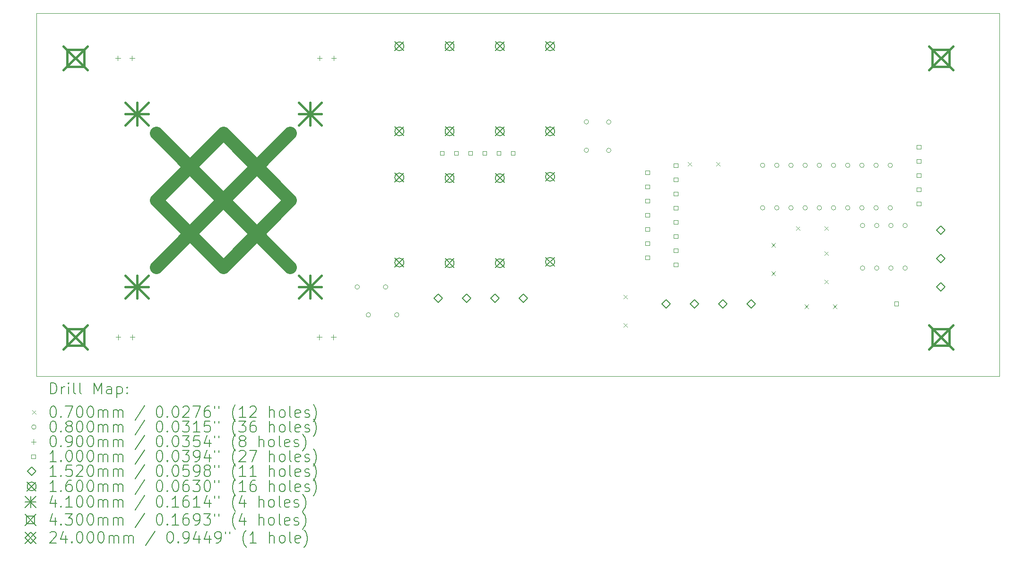
<source format=gbr>
%TF.GenerationSoftware,KiCad,Pcbnew,(6.0.11)*%
%TF.CreationDate,2023-02-08T22:05:09+00:00*%
%TF.ProjectId,StepperDemoPCB,53746570-7065-4724-9465-6d6f5043422e,rev?*%
%TF.SameCoordinates,Original*%
%TF.FileFunction,Drillmap*%
%TF.FilePolarity,Positive*%
%FSLAX45Y45*%
G04 Gerber Fmt 4.5, Leading zero omitted, Abs format (unit mm)*
G04 Created by KiCad (PCBNEW (6.0.11)) date 2023-02-08 22:05:09*
%MOMM*%
%LPD*%
G01*
G04 APERTURE LIST*
%ADD10C,0.100000*%
%ADD11C,0.200000*%
%ADD12C,0.070000*%
%ADD13C,0.080000*%
%ADD14C,0.090000*%
%ADD15C,0.152000*%
%ADD16C,0.160000*%
%ADD17C,0.410000*%
%ADD18C,0.430000*%
%ADD19C,2.400000*%
G04 APERTURE END LIST*
D10*
X3300000Y-3600000D02*
X20550000Y-3600000D01*
X20550000Y-3600000D02*
X20550000Y-10100000D01*
X20550000Y-10100000D02*
X3300000Y-10100000D01*
X3300000Y-10100000D02*
X3300000Y-3600000D01*
D11*
D12*
X13815000Y-8641000D02*
X13885000Y-8711000D01*
X13885000Y-8641000D02*
X13815000Y-8711000D01*
X13815000Y-9149000D02*
X13885000Y-9219000D01*
X13885000Y-9149000D02*
X13815000Y-9219000D01*
X14965000Y-6265000D02*
X15035000Y-6335000D01*
X15035000Y-6265000D02*
X14965000Y-6335000D01*
X15473000Y-6265000D02*
X15543000Y-6335000D01*
X15543000Y-6265000D02*
X15473000Y-6335000D01*
X16465000Y-7715000D02*
X16535000Y-7785000D01*
X16535000Y-7715000D02*
X16465000Y-7785000D01*
X16465000Y-8223000D02*
X16535000Y-8293000D01*
X16535000Y-8223000D02*
X16465000Y-8293000D01*
X16907000Y-7415000D02*
X16977000Y-7485000D01*
X16977000Y-7415000D02*
X16907000Y-7485000D01*
X17056000Y-8815000D02*
X17126000Y-8885000D01*
X17126000Y-8815000D02*
X17056000Y-8885000D01*
X17415000Y-7415000D02*
X17485000Y-7485000D01*
X17485000Y-7415000D02*
X17415000Y-7485000D01*
X17415000Y-7865000D02*
X17485000Y-7935000D01*
X17485000Y-7865000D02*
X17415000Y-7935000D01*
X17415000Y-8373000D02*
X17485000Y-8443000D01*
X17485000Y-8373000D02*
X17415000Y-8443000D01*
X17564000Y-8815000D02*
X17634000Y-8885000D01*
X17634000Y-8815000D02*
X17564000Y-8885000D01*
D13*
X9085500Y-8500000D02*
G75*
G03*
X9085500Y-8500000I-40000J0D01*
G01*
X9285500Y-9000000D02*
G75*
G03*
X9285500Y-9000000I-40000J0D01*
G01*
X9593500Y-8500000D02*
G75*
G03*
X9593500Y-8500000I-40000J0D01*
G01*
X9793500Y-9000000D02*
G75*
G03*
X9793500Y-9000000I-40000J0D01*
G01*
X13190000Y-5542000D02*
G75*
G03*
X13190000Y-5542000I-40000J0D01*
G01*
X13190000Y-6050000D02*
G75*
G03*
X13190000Y-6050000I-40000J0D01*
G01*
X13590000Y-5545500D02*
G75*
G03*
X13590000Y-5545500I-40000J0D01*
G01*
X13590000Y-6053500D02*
G75*
G03*
X13590000Y-6053500I-40000J0D01*
G01*
X16346500Y-6320000D02*
G75*
G03*
X16346500Y-6320000I-40000J0D01*
G01*
X16346500Y-7082000D02*
G75*
G03*
X16346500Y-7082000I-40000J0D01*
G01*
X16600500Y-6320000D02*
G75*
G03*
X16600500Y-6320000I-40000J0D01*
G01*
X16600500Y-7082000D02*
G75*
G03*
X16600500Y-7082000I-40000J0D01*
G01*
X16854500Y-6320000D02*
G75*
G03*
X16854500Y-6320000I-40000J0D01*
G01*
X16854500Y-7082000D02*
G75*
G03*
X16854500Y-7082000I-40000J0D01*
G01*
X17108500Y-6320000D02*
G75*
G03*
X17108500Y-6320000I-40000J0D01*
G01*
X17108500Y-7082000D02*
G75*
G03*
X17108500Y-7082000I-40000J0D01*
G01*
X17362500Y-6320000D02*
G75*
G03*
X17362500Y-6320000I-40000J0D01*
G01*
X17362500Y-7082000D02*
G75*
G03*
X17362500Y-7082000I-40000J0D01*
G01*
X17616500Y-6320000D02*
G75*
G03*
X17616500Y-6320000I-40000J0D01*
G01*
X17616500Y-7082000D02*
G75*
G03*
X17616500Y-7082000I-40000J0D01*
G01*
X17870500Y-6320000D02*
G75*
G03*
X17870500Y-6320000I-40000J0D01*
G01*
X17870500Y-7082000D02*
G75*
G03*
X17870500Y-7082000I-40000J0D01*
G01*
X18124500Y-6320000D02*
G75*
G03*
X18124500Y-6320000I-40000J0D01*
G01*
X18124500Y-7082000D02*
G75*
G03*
X18124500Y-7082000I-40000J0D01*
G01*
X18136000Y-7400000D02*
G75*
G03*
X18136000Y-7400000I-40000J0D01*
G01*
X18136000Y-8162000D02*
G75*
G03*
X18136000Y-8162000I-40000J0D01*
G01*
X18378500Y-6320000D02*
G75*
G03*
X18378500Y-6320000I-40000J0D01*
G01*
X18378500Y-7082000D02*
G75*
G03*
X18378500Y-7082000I-40000J0D01*
G01*
X18390000Y-7400000D02*
G75*
G03*
X18390000Y-7400000I-40000J0D01*
G01*
X18390000Y-8162000D02*
G75*
G03*
X18390000Y-8162000I-40000J0D01*
G01*
X18632500Y-6320000D02*
G75*
G03*
X18632500Y-6320000I-40000J0D01*
G01*
X18632500Y-7082000D02*
G75*
G03*
X18632500Y-7082000I-40000J0D01*
G01*
X18644000Y-7400000D02*
G75*
G03*
X18644000Y-7400000I-40000J0D01*
G01*
X18644000Y-8162000D02*
G75*
G03*
X18644000Y-8162000I-40000J0D01*
G01*
X18898000Y-7400000D02*
G75*
G03*
X18898000Y-7400000I-40000J0D01*
G01*
X18898000Y-8162000D02*
G75*
G03*
X18898000Y-8162000I-40000J0D01*
G01*
D14*
X4760500Y-4355000D02*
X4760500Y-4445000D01*
X4715500Y-4400000D02*
X4805500Y-4400000D01*
X4765500Y-9355000D02*
X4765500Y-9445000D01*
X4720500Y-9400000D02*
X4810500Y-9400000D01*
X5014500Y-4355000D02*
X5014500Y-4445000D01*
X4969500Y-4400000D02*
X5059500Y-4400000D01*
X5019500Y-9355000D02*
X5019500Y-9445000D01*
X4974500Y-9400000D02*
X5064500Y-9400000D01*
X8367000Y-9355000D02*
X8367000Y-9445000D01*
X8322000Y-9400000D02*
X8412000Y-9400000D01*
X8372500Y-4355000D02*
X8372500Y-4445000D01*
X8327500Y-4400000D02*
X8417500Y-4400000D01*
X8621000Y-9355000D02*
X8621000Y-9445000D01*
X8576000Y-9400000D02*
X8666000Y-9400000D01*
X8626500Y-4355000D02*
X8626500Y-4445000D01*
X8581500Y-4400000D02*
X8671500Y-4400000D01*
D10*
X10600356Y-6135356D02*
X10600356Y-6064644D01*
X10529644Y-6064644D01*
X10529644Y-6135356D01*
X10600356Y-6135356D01*
X10854356Y-6135356D02*
X10854356Y-6064644D01*
X10783644Y-6064644D01*
X10783644Y-6135356D01*
X10854356Y-6135356D01*
X11108356Y-6135356D02*
X11108356Y-6064644D01*
X11037644Y-6064644D01*
X11037644Y-6135356D01*
X11108356Y-6135356D01*
X11362356Y-6135356D02*
X11362356Y-6064644D01*
X11291644Y-6064644D01*
X11291644Y-6135356D01*
X11362356Y-6135356D01*
X11616356Y-6135356D02*
X11616356Y-6064644D01*
X11545644Y-6064644D01*
X11545644Y-6135356D01*
X11616356Y-6135356D01*
X11870356Y-6135356D02*
X11870356Y-6064644D01*
X11799644Y-6064644D01*
X11799644Y-6135356D01*
X11870356Y-6135356D01*
X14277356Y-6484356D02*
X14277356Y-6413644D01*
X14206644Y-6413644D01*
X14206644Y-6484356D01*
X14277356Y-6484356D01*
X14277356Y-6738356D02*
X14277356Y-6667644D01*
X14206644Y-6667644D01*
X14206644Y-6738356D01*
X14277356Y-6738356D01*
X14277356Y-6992356D02*
X14277356Y-6921644D01*
X14206644Y-6921644D01*
X14206644Y-6992356D01*
X14277356Y-6992356D01*
X14277356Y-7246356D02*
X14277356Y-7175644D01*
X14206644Y-7175644D01*
X14206644Y-7246356D01*
X14277356Y-7246356D01*
X14277356Y-7500356D02*
X14277356Y-7429644D01*
X14206644Y-7429644D01*
X14206644Y-7500356D01*
X14277356Y-7500356D01*
X14277356Y-7754356D02*
X14277356Y-7683644D01*
X14206644Y-7683644D01*
X14206644Y-7754356D01*
X14277356Y-7754356D01*
X14277356Y-8008356D02*
X14277356Y-7937644D01*
X14206644Y-7937644D01*
X14206644Y-8008356D01*
X14277356Y-8008356D01*
X14785356Y-6357356D02*
X14785356Y-6286644D01*
X14714644Y-6286644D01*
X14714644Y-6357356D01*
X14785356Y-6357356D01*
X14785356Y-6611356D02*
X14785356Y-6540644D01*
X14714644Y-6540644D01*
X14714644Y-6611356D01*
X14785356Y-6611356D01*
X14785356Y-6865356D02*
X14785356Y-6794644D01*
X14714644Y-6794644D01*
X14714644Y-6865356D01*
X14785356Y-6865356D01*
X14785356Y-7119356D02*
X14785356Y-7048644D01*
X14714644Y-7048644D01*
X14714644Y-7119356D01*
X14785356Y-7119356D01*
X14785356Y-7373356D02*
X14785356Y-7302644D01*
X14714644Y-7302644D01*
X14714644Y-7373356D01*
X14785356Y-7373356D01*
X14785356Y-7627356D02*
X14785356Y-7556644D01*
X14714644Y-7556644D01*
X14714644Y-7627356D01*
X14785356Y-7627356D01*
X14785356Y-7881356D02*
X14785356Y-7810644D01*
X14714644Y-7810644D01*
X14714644Y-7881356D01*
X14785356Y-7881356D01*
X14785356Y-8135356D02*
X14785356Y-8064644D01*
X14714644Y-8064644D01*
X14714644Y-8135356D01*
X14785356Y-8135356D01*
X18735356Y-8835356D02*
X18735356Y-8764644D01*
X18664644Y-8764644D01*
X18664644Y-8835356D01*
X18735356Y-8835356D01*
X19137856Y-6030356D02*
X19137856Y-5959644D01*
X19067144Y-5959644D01*
X19067144Y-6030356D01*
X19137856Y-6030356D01*
X19137856Y-6284356D02*
X19137856Y-6213644D01*
X19067144Y-6213644D01*
X19067144Y-6284356D01*
X19137856Y-6284356D01*
X19137856Y-6538356D02*
X19137856Y-6467644D01*
X19067144Y-6467644D01*
X19067144Y-6538356D01*
X19137856Y-6538356D01*
X19137856Y-6792356D02*
X19137856Y-6721644D01*
X19067144Y-6721644D01*
X19067144Y-6792356D01*
X19137856Y-6792356D01*
X19137856Y-7046356D02*
X19137856Y-6975644D01*
X19067144Y-6975644D01*
X19067144Y-7046356D01*
X19137856Y-7046356D01*
D15*
X10500000Y-8776000D02*
X10576000Y-8700000D01*
X10500000Y-8624000D01*
X10424000Y-8700000D01*
X10500000Y-8776000D01*
X11008000Y-8776000D02*
X11084000Y-8700000D01*
X11008000Y-8624000D01*
X10932000Y-8700000D01*
X11008000Y-8776000D01*
X11516000Y-8776000D02*
X11592000Y-8700000D01*
X11516000Y-8624000D01*
X11440000Y-8700000D01*
X11516000Y-8776000D01*
X12024000Y-8776000D02*
X12100000Y-8700000D01*
X12024000Y-8624000D01*
X11948000Y-8700000D01*
X12024000Y-8776000D01*
X14576000Y-8876000D02*
X14652000Y-8800000D01*
X14576000Y-8724000D01*
X14500000Y-8800000D01*
X14576000Y-8876000D01*
X15084000Y-8876000D02*
X15160000Y-8800000D01*
X15084000Y-8724000D01*
X15008000Y-8800000D01*
X15084000Y-8876000D01*
X15592000Y-8876000D02*
X15668000Y-8800000D01*
X15592000Y-8724000D01*
X15516000Y-8800000D01*
X15592000Y-8876000D01*
X16100000Y-8876000D02*
X16176000Y-8800000D01*
X16100000Y-8724000D01*
X16024000Y-8800000D01*
X16100000Y-8876000D01*
X19500000Y-7560000D02*
X19576000Y-7484000D01*
X19500000Y-7408000D01*
X19424000Y-7484000D01*
X19500000Y-7560000D01*
X19500000Y-8068000D02*
X19576000Y-7992000D01*
X19500000Y-7916000D01*
X19424000Y-7992000D01*
X19500000Y-8068000D01*
X19500000Y-8576000D02*
X19576000Y-8500000D01*
X19500000Y-8424000D01*
X19424000Y-8500000D01*
X19500000Y-8576000D01*
D16*
X9720000Y-4108000D02*
X9880000Y-4268000D01*
X9880000Y-4108000D02*
X9720000Y-4268000D01*
X9880000Y-4188000D02*
G75*
G03*
X9880000Y-4188000I-80000J0D01*
G01*
X9720000Y-5632000D02*
X9880000Y-5792000D01*
X9880000Y-5632000D02*
X9720000Y-5792000D01*
X9880000Y-5712000D02*
G75*
G03*
X9880000Y-5712000I-80000J0D01*
G01*
X9720000Y-6458000D02*
X9880000Y-6618000D01*
X9880000Y-6458000D02*
X9720000Y-6618000D01*
X9880000Y-6538000D02*
G75*
G03*
X9880000Y-6538000I-80000J0D01*
G01*
X9720000Y-7982000D02*
X9880000Y-8142000D01*
X9880000Y-7982000D02*
X9720000Y-8142000D01*
X9880000Y-8062000D02*
G75*
G03*
X9880000Y-8062000I-80000J0D01*
G01*
X10620000Y-4108000D02*
X10780000Y-4268000D01*
X10780000Y-4108000D02*
X10620000Y-4268000D01*
X10780000Y-4188000D02*
G75*
G03*
X10780000Y-4188000I-80000J0D01*
G01*
X10620000Y-5632000D02*
X10780000Y-5792000D01*
X10780000Y-5632000D02*
X10620000Y-5792000D01*
X10780000Y-5712000D02*
G75*
G03*
X10780000Y-5712000I-80000J0D01*
G01*
X10620000Y-6470000D02*
X10780000Y-6630000D01*
X10780000Y-6470000D02*
X10620000Y-6630000D01*
X10780000Y-6550000D02*
G75*
G03*
X10780000Y-6550000I-80000J0D01*
G01*
X10620000Y-7994000D02*
X10780000Y-8154000D01*
X10780000Y-7994000D02*
X10620000Y-8154000D01*
X10780000Y-8074000D02*
G75*
G03*
X10780000Y-8074000I-80000J0D01*
G01*
X11520000Y-4108000D02*
X11680000Y-4268000D01*
X11680000Y-4108000D02*
X11520000Y-4268000D01*
X11680000Y-4188000D02*
G75*
G03*
X11680000Y-4188000I-80000J0D01*
G01*
X11520000Y-5632000D02*
X11680000Y-5792000D01*
X11680000Y-5632000D02*
X11520000Y-5792000D01*
X11680000Y-5712000D02*
G75*
G03*
X11680000Y-5712000I-80000J0D01*
G01*
X11520000Y-6470000D02*
X11680000Y-6630000D01*
X11680000Y-6470000D02*
X11520000Y-6630000D01*
X11680000Y-6550000D02*
G75*
G03*
X11680000Y-6550000I-80000J0D01*
G01*
X11520000Y-7994000D02*
X11680000Y-8154000D01*
X11680000Y-7994000D02*
X11520000Y-8154000D01*
X11680000Y-8074000D02*
G75*
G03*
X11680000Y-8074000I-80000J0D01*
G01*
X12420000Y-4108000D02*
X12580000Y-4268000D01*
X12580000Y-4108000D02*
X12420000Y-4268000D01*
X12580000Y-4188000D02*
G75*
G03*
X12580000Y-4188000I-80000J0D01*
G01*
X12420000Y-5632000D02*
X12580000Y-5792000D01*
X12580000Y-5632000D02*
X12420000Y-5792000D01*
X12580000Y-5712000D02*
G75*
G03*
X12580000Y-5712000I-80000J0D01*
G01*
X12420000Y-6446000D02*
X12580000Y-6606000D01*
X12580000Y-6446000D02*
X12420000Y-6606000D01*
X12580000Y-6526000D02*
G75*
G03*
X12580000Y-6526000I-80000J0D01*
G01*
X12420000Y-7970000D02*
X12580000Y-8130000D01*
X12580000Y-7970000D02*
X12420000Y-8130000D01*
X12580000Y-8050000D02*
G75*
G03*
X12580000Y-8050000I-80000J0D01*
G01*
D17*
X4895000Y-5195000D02*
X5305000Y-5605000D01*
X5305000Y-5195000D02*
X4895000Y-5605000D01*
X5100000Y-5195000D02*
X5100000Y-5605000D01*
X4895000Y-5400000D02*
X5305000Y-5400000D01*
X4895000Y-8295000D02*
X5305000Y-8705000D01*
X5305000Y-8295000D02*
X4895000Y-8705000D01*
X5100000Y-8295000D02*
X5100000Y-8705000D01*
X4895000Y-8500000D02*
X5305000Y-8500000D01*
X7995000Y-5195000D02*
X8405000Y-5605000D01*
X8405000Y-5195000D02*
X7995000Y-5605000D01*
X8200000Y-5195000D02*
X8200000Y-5605000D01*
X7995000Y-5400000D02*
X8405000Y-5400000D01*
X7995000Y-8295000D02*
X8405000Y-8705000D01*
X8405000Y-8295000D02*
X7995000Y-8705000D01*
X8200000Y-8295000D02*
X8200000Y-8705000D01*
X7995000Y-8500000D02*
X8405000Y-8500000D01*
D18*
X3785000Y-4185000D02*
X4215000Y-4615000D01*
X4215000Y-4185000D02*
X3785000Y-4615000D01*
X4152029Y-4552029D02*
X4152029Y-4247971D01*
X3847971Y-4247971D01*
X3847971Y-4552029D01*
X4152029Y-4552029D01*
X3785000Y-9185000D02*
X4215000Y-9615000D01*
X4215000Y-9185000D02*
X3785000Y-9615000D01*
X4152029Y-9552029D02*
X4152029Y-9247971D01*
X3847971Y-9247971D01*
X3847971Y-9552029D01*
X4152029Y-9552029D01*
X19285000Y-4185000D02*
X19715000Y-4615000D01*
X19715000Y-4185000D02*
X19285000Y-4615000D01*
X19652029Y-4552029D02*
X19652029Y-4247971D01*
X19347971Y-4247971D01*
X19347971Y-4552029D01*
X19652029Y-4552029D01*
X19285000Y-9185000D02*
X19715000Y-9615000D01*
X19715000Y-9185000D02*
X19285000Y-9615000D01*
X19652029Y-9552029D02*
X19652029Y-9247971D01*
X19347971Y-9247971D01*
X19347971Y-9552029D01*
X19652029Y-9552029D01*
D19*
X5450000Y-5750000D02*
X7850000Y-8150000D01*
X7850000Y-5750000D02*
X5450000Y-8150000D01*
X6650000Y-8150000D02*
X7850000Y-6950000D01*
X6650000Y-5750000D01*
X5450000Y-6950000D01*
X6650000Y-8150000D01*
D11*
X3552619Y-10415476D02*
X3552619Y-10215476D01*
X3600238Y-10215476D01*
X3628809Y-10225000D01*
X3647857Y-10244048D01*
X3657381Y-10263095D01*
X3666905Y-10301190D01*
X3666905Y-10329762D01*
X3657381Y-10367857D01*
X3647857Y-10386905D01*
X3628809Y-10405952D01*
X3600238Y-10415476D01*
X3552619Y-10415476D01*
X3752619Y-10415476D02*
X3752619Y-10282143D01*
X3752619Y-10320238D02*
X3762143Y-10301190D01*
X3771667Y-10291667D01*
X3790714Y-10282143D01*
X3809762Y-10282143D01*
X3876428Y-10415476D02*
X3876428Y-10282143D01*
X3876428Y-10215476D02*
X3866905Y-10225000D01*
X3876428Y-10234524D01*
X3885952Y-10225000D01*
X3876428Y-10215476D01*
X3876428Y-10234524D01*
X4000238Y-10415476D02*
X3981190Y-10405952D01*
X3971667Y-10386905D01*
X3971667Y-10215476D01*
X4105000Y-10415476D02*
X4085952Y-10405952D01*
X4076428Y-10386905D01*
X4076428Y-10215476D01*
X4333571Y-10415476D02*
X4333571Y-10215476D01*
X4400238Y-10358333D01*
X4466905Y-10215476D01*
X4466905Y-10415476D01*
X4647857Y-10415476D02*
X4647857Y-10310714D01*
X4638333Y-10291667D01*
X4619286Y-10282143D01*
X4581190Y-10282143D01*
X4562143Y-10291667D01*
X4647857Y-10405952D02*
X4628810Y-10415476D01*
X4581190Y-10415476D01*
X4562143Y-10405952D01*
X4552619Y-10386905D01*
X4552619Y-10367857D01*
X4562143Y-10348810D01*
X4581190Y-10339286D01*
X4628810Y-10339286D01*
X4647857Y-10329762D01*
X4743095Y-10282143D02*
X4743095Y-10482143D01*
X4743095Y-10291667D02*
X4762143Y-10282143D01*
X4800238Y-10282143D01*
X4819286Y-10291667D01*
X4828810Y-10301190D01*
X4838333Y-10320238D01*
X4838333Y-10377381D01*
X4828810Y-10396429D01*
X4819286Y-10405952D01*
X4800238Y-10415476D01*
X4762143Y-10415476D01*
X4743095Y-10405952D01*
X4924048Y-10396429D02*
X4933571Y-10405952D01*
X4924048Y-10415476D01*
X4914524Y-10405952D01*
X4924048Y-10396429D01*
X4924048Y-10415476D01*
X4924048Y-10291667D02*
X4933571Y-10301190D01*
X4924048Y-10310714D01*
X4914524Y-10301190D01*
X4924048Y-10291667D01*
X4924048Y-10310714D01*
D12*
X3225000Y-10710000D02*
X3295000Y-10780000D01*
X3295000Y-10710000D02*
X3225000Y-10780000D01*
D11*
X3590714Y-10635476D02*
X3609762Y-10635476D01*
X3628809Y-10645000D01*
X3638333Y-10654524D01*
X3647857Y-10673571D01*
X3657381Y-10711667D01*
X3657381Y-10759286D01*
X3647857Y-10797381D01*
X3638333Y-10816429D01*
X3628809Y-10825952D01*
X3609762Y-10835476D01*
X3590714Y-10835476D01*
X3571667Y-10825952D01*
X3562143Y-10816429D01*
X3552619Y-10797381D01*
X3543095Y-10759286D01*
X3543095Y-10711667D01*
X3552619Y-10673571D01*
X3562143Y-10654524D01*
X3571667Y-10645000D01*
X3590714Y-10635476D01*
X3743095Y-10816429D02*
X3752619Y-10825952D01*
X3743095Y-10835476D01*
X3733571Y-10825952D01*
X3743095Y-10816429D01*
X3743095Y-10835476D01*
X3819286Y-10635476D02*
X3952619Y-10635476D01*
X3866905Y-10835476D01*
X4066905Y-10635476D02*
X4085952Y-10635476D01*
X4105000Y-10645000D01*
X4114524Y-10654524D01*
X4124048Y-10673571D01*
X4133571Y-10711667D01*
X4133571Y-10759286D01*
X4124048Y-10797381D01*
X4114524Y-10816429D01*
X4105000Y-10825952D01*
X4085952Y-10835476D01*
X4066905Y-10835476D01*
X4047857Y-10825952D01*
X4038333Y-10816429D01*
X4028809Y-10797381D01*
X4019286Y-10759286D01*
X4019286Y-10711667D01*
X4028809Y-10673571D01*
X4038333Y-10654524D01*
X4047857Y-10645000D01*
X4066905Y-10635476D01*
X4257381Y-10635476D02*
X4276429Y-10635476D01*
X4295476Y-10645000D01*
X4305000Y-10654524D01*
X4314524Y-10673571D01*
X4324048Y-10711667D01*
X4324048Y-10759286D01*
X4314524Y-10797381D01*
X4305000Y-10816429D01*
X4295476Y-10825952D01*
X4276429Y-10835476D01*
X4257381Y-10835476D01*
X4238333Y-10825952D01*
X4228810Y-10816429D01*
X4219286Y-10797381D01*
X4209762Y-10759286D01*
X4209762Y-10711667D01*
X4219286Y-10673571D01*
X4228810Y-10654524D01*
X4238333Y-10645000D01*
X4257381Y-10635476D01*
X4409762Y-10835476D02*
X4409762Y-10702143D01*
X4409762Y-10721190D02*
X4419286Y-10711667D01*
X4438333Y-10702143D01*
X4466905Y-10702143D01*
X4485952Y-10711667D01*
X4495476Y-10730714D01*
X4495476Y-10835476D01*
X4495476Y-10730714D02*
X4505000Y-10711667D01*
X4524048Y-10702143D01*
X4552619Y-10702143D01*
X4571667Y-10711667D01*
X4581190Y-10730714D01*
X4581190Y-10835476D01*
X4676429Y-10835476D02*
X4676429Y-10702143D01*
X4676429Y-10721190D02*
X4685952Y-10711667D01*
X4705000Y-10702143D01*
X4733571Y-10702143D01*
X4752619Y-10711667D01*
X4762143Y-10730714D01*
X4762143Y-10835476D01*
X4762143Y-10730714D02*
X4771667Y-10711667D01*
X4790714Y-10702143D01*
X4819286Y-10702143D01*
X4838333Y-10711667D01*
X4847857Y-10730714D01*
X4847857Y-10835476D01*
X5238333Y-10625952D02*
X5066905Y-10883095D01*
X5495476Y-10635476D02*
X5514524Y-10635476D01*
X5533571Y-10645000D01*
X5543095Y-10654524D01*
X5552619Y-10673571D01*
X5562143Y-10711667D01*
X5562143Y-10759286D01*
X5552619Y-10797381D01*
X5543095Y-10816429D01*
X5533571Y-10825952D01*
X5514524Y-10835476D01*
X5495476Y-10835476D01*
X5476429Y-10825952D01*
X5466905Y-10816429D01*
X5457381Y-10797381D01*
X5447857Y-10759286D01*
X5447857Y-10711667D01*
X5457381Y-10673571D01*
X5466905Y-10654524D01*
X5476429Y-10645000D01*
X5495476Y-10635476D01*
X5647857Y-10816429D02*
X5657381Y-10825952D01*
X5647857Y-10835476D01*
X5638333Y-10825952D01*
X5647857Y-10816429D01*
X5647857Y-10835476D01*
X5781190Y-10635476D02*
X5800238Y-10635476D01*
X5819286Y-10645000D01*
X5828809Y-10654524D01*
X5838333Y-10673571D01*
X5847857Y-10711667D01*
X5847857Y-10759286D01*
X5838333Y-10797381D01*
X5828809Y-10816429D01*
X5819286Y-10825952D01*
X5800238Y-10835476D01*
X5781190Y-10835476D01*
X5762143Y-10825952D01*
X5752619Y-10816429D01*
X5743095Y-10797381D01*
X5733571Y-10759286D01*
X5733571Y-10711667D01*
X5743095Y-10673571D01*
X5752619Y-10654524D01*
X5762143Y-10645000D01*
X5781190Y-10635476D01*
X5924048Y-10654524D02*
X5933571Y-10645000D01*
X5952619Y-10635476D01*
X6000238Y-10635476D01*
X6019286Y-10645000D01*
X6028809Y-10654524D01*
X6038333Y-10673571D01*
X6038333Y-10692619D01*
X6028809Y-10721190D01*
X5914524Y-10835476D01*
X6038333Y-10835476D01*
X6105000Y-10635476D02*
X6238333Y-10635476D01*
X6152619Y-10835476D01*
X6400238Y-10635476D02*
X6362143Y-10635476D01*
X6343095Y-10645000D01*
X6333571Y-10654524D01*
X6314524Y-10683095D01*
X6305000Y-10721190D01*
X6305000Y-10797381D01*
X6314524Y-10816429D01*
X6324048Y-10825952D01*
X6343095Y-10835476D01*
X6381190Y-10835476D01*
X6400238Y-10825952D01*
X6409762Y-10816429D01*
X6419286Y-10797381D01*
X6419286Y-10749762D01*
X6409762Y-10730714D01*
X6400238Y-10721190D01*
X6381190Y-10711667D01*
X6343095Y-10711667D01*
X6324048Y-10721190D01*
X6314524Y-10730714D01*
X6305000Y-10749762D01*
X6495476Y-10635476D02*
X6495476Y-10673571D01*
X6571667Y-10635476D02*
X6571667Y-10673571D01*
X6866905Y-10911667D02*
X6857381Y-10902143D01*
X6838333Y-10873571D01*
X6828809Y-10854524D01*
X6819286Y-10825952D01*
X6809762Y-10778333D01*
X6809762Y-10740238D01*
X6819286Y-10692619D01*
X6828809Y-10664048D01*
X6838333Y-10645000D01*
X6857381Y-10616429D01*
X6866905Y-10606905D01*
X7047857Y-10835476D02*
X6933571Y-10835476D01*
X6990714Y-10835476D02*
X6990714Y-10635476D01*
X6971667Y-10664048D01*
X6952619Y-10683095D01*
X6933571Y-10692619D01*
X7124048Y-10654524D02*
X7133571Y-10645000D01*
X7152619Y-10635476D01*
X7200238Y-10635476D01*
X7219286Y-10645000D01*
X7228809Y-10654524D01*
X7238333Y-10673571D01*
X7238333Y-10692619D01*
X7228809Y-10721190D01*
X7114524Y-10835476D01*
X7238333Y-10835476D01*
X7476428Y-10835476D02*
X7476428Y-10635476D01*
X7562143Y-10835476D02*
X7562143Y-10730714D01*
X7552619Y-10711667D01*
X7533571Y-10702143D01*
X7505000Y-10702143D01*
X7485952Y-10711667D01*
X7476428Y-10721190D01*
X7685952Y-10835476D02*
X7666905Y-10825952D01*
X7657381Y-10816429D01*
X7647857Y-10797381D01*
X7647857Y-10740238D01*
X7657381Y-10721190D01*
X7666905Y-10711667D01*
X7685952Y-10702143D01*
X7714524Y-10702143D01*
X7733571Y-10711667D01*
X7743095Y-10721190D01*
X7752619Y-10740238D01*
X7752619Y-10797381D01*
X7743095Y-10816429D01*
X7733571Y-10825952D01*
X7714524Y-10835476D01*
X7685952Y-10835476D01*
X7866905Y-10835476D02*
X7847857Y-10825952D01*
X7838333Y-10806905D01*
X7838333Y-10635476D01*
X8019286Y-10825952D02*
X8000238Y-10835476D01*
X7962143Y-10835476D01*
X7943095Y-10825952D01*
X7933571Y-10806905D01*
X7933571Y-10730714D01*
X7943095Y-10711667D01*
X7962143Y-10702143D01*
X8000238Y-10702143D01*
X8019286Y-10711667D01*
X8028809Y-10730714D01*
X8028809Y-10749762D01*
X7933571Y-10768810D01*
X8105000Y-10825952D02*
X8124048Y-10835476D01*
X8162143Y-10835476D01*
X8181190Y-10825952D01*
X8190714Y-10806905D01*
X8190714Y-10797381D01*
X8181190Y-10778333D01*
X8162143Y-10768810D01*
X8133571Y-10768810D01*
X8114524Y-10759286D01*
X8105000Y-10740238D01*
X8105000Y-10730714D01*
X8114524Y-10711667D01*
X8133571Y-10702143D01*
X8162143Y-10702143D01*
X8181190Y-10711667D01*
X8257381Y-10911667D02*
X8266905Y-10902143D01*
X8285952Y-10873571D01*
X8295476Y-10854524D01*
X8305000Y-10825952D01*
X8314524Y-10778333D01*
X8314524Y-10740238D01*
X8305000Y-10692619D01*
X8295476Y-10664048D01*
X8285952Y-10645000D01*
X8266905Y-10616429D01*
X8257381Y-10606905D01*
D13*
X3295000Y-11009000D02*
G75*
G03*
X3295000Y-11009000I-40000J0D01*
G01*
D11*
X3590714Y-10899476D02*
X3609762Y-10899476D01*
X3628809Y-10909000D01*
X3638333Y-10918524D01*
X3647857Y-10937571D01*
X3657381Y-10975667D01*
X3657381Y-11023286D01*
X3647857Y-11061381D01*
X3638333Y-11080429D01*
X3628809Y-11089952D01*
X3609762Y-11099476D01*
X3590714Y-11099476D01*
X3571667Y-11089952D01*
X3562143Y-11080429D01*
X3552619Y-11061381D01*
X3543095Y-11023286D01*
X3543095Y-10975667D01*
X3552619Y-10937571D01*
X3562143Y-10918524D01*
X3571667Y-10909000D01*
X3590714Y-10899476D01*
X3743095Y-11080429D02*
X3752619Y-11089952D01*
X3743095Y-11099476D01*
X3733571Y-11089952D01*
X3743095Y-11080429D01*
X3743095Y-11099476D01*
X3866905Y-10985190D02*
X3847857Y-10975667D01*
X3838333Y-10966143D01*
X3828809Y-10947095D01*
X3828809Y-10937571D01*
X3838333Y-10918524D01*
X3847857Y-10909000D01*
X3866905Y-10899476D01*
X3905000Y-10899476D01*
X3924048Y-10909000D01*
X3933571Y-10918524D01*
X3943095Y-10937571D01*
X3943095Y-10947095D01*
X3933571Y-10966143D01*
X3924048Y-10975667D01*
X3905000Y-10985190D01*
X3866905Y-10985190D01*
X3847857Y-10994714D01*
X3838333Y-11004238D01*
X3828809Y-11023286D01*
X3828809Y-11061381D01*
X3838333Y-11080429D01*
X3847857Y-11089952D01*
X3866905Y-11099476D01*
X3905000Y-11099476D01*
X3924048Y-11089952D01*
X3933571Y-11080429D01*
X3943095Y-11061381D01*
X3943095Y-11023286D01*
X3933571Y-11004238D01*
X3924048Y-10994714D01*
X3905000Y-10985190D01*
X4066905Y-10899476D02*
X4085952Y-10899476D01*
X4105000Y-10909000D01*
X4114524Y-10918524D01*
X4124048Y-10937571D01*
X4133571Y-10975667D01*
X4133571Y-11023286D01*
X4124048Y-11061381D01*
X4114524Y-11080429D01*
X4105000Y-11089952D01*
X4085952Y-11099476D01*
X4066905Y-11099476D01*
X4047857Y-11089952D01*
X4038333Y-11080429D01*
X4028809Y-11061381D01*
X4019286Y-11023286D01*
X4019286Y-10975667D01*
X4028809Y-10937571D01*
X4038333Y-10918524D01*
X4047857Y-10909000D01*
X4066905Y-10899476D01*
X4257381Y-10899476D02*
X4276429Y-10899476D01*
X4295476Y-10909000D01*
X4305000Y-10918524D01*
X4314524Y-10937571D01*
X4324048Y-10975667D01*
X4324048Y-11023286D01*
X4314524Y-11061381D01*
X4305000Y-11080429D01*
X4295476Y-11089952D01*
X4276429Y-11099476D01*
X4257381Y-11099476D01*
X4238333Y-11089952D01*
X4228810Y-11080429D01*
X4219286Y-11061381D01*
X4209762Y-11023286D01*
X4209762Y-10975667D01*
X4219286Y-10937571D01*
X4228810Y-10918524D01*
X4238333Y-10909000D01*
X4257381Y-10899476D01*
X4409762Y-11099476D02*
X4409762Y-10966143D01*
X4409762Y-10985190D02*
X4419286Y-10975667D01*
X4438333Y-10966143D01*
X4466905Y-10966143D01*
X4485952Y-10975667D01*
X4495476Y-10994714D01*
X4495476Y-11099476D01*
X4495476Y-10994714D02*
X4505000Y-10975667D01*
X4524048Y-10966143D01*
X4552619Y-10966143D01*
X4571667Y-10975667D01*
X4581190Y-10994714D01*
X4581190Y-11099476D01*
X4676429Y-11099476D02*
X4676429Y-10966143D01*
X4676429Y-10985190D02*
X4685952Y-10975667D01*
X4705000Y-10966143D01*
X4733571Y-10966143D01*
X4752619Y-10975667D01*
X4762143Y-10994714D01*
X4762143Y-11099476D01*
X4762143Y-10994714D02*
X4771667Y-10975667D01*
X4790714Y-10966143D01*
X4819286Y-10966143D01*
X4838333Y-10975667D01*
X4847857Y-10994714D01*
X4847857Y-11099476D01*
X5238333Y-10889952D02*
X5066905Y-11147095D01*
X5495476Y-10899476D02*
X5514524Y-10899476D01*
X5533571Y-10909000D01*
X5543095Y-10918524D01*
X5552619Y-10937571D01*
X5562143Y-10975667D01*
X5562143Y-11023286D01*
X5552619Y-11061381D01*
X5543095Y-11080429D01*
X5533571Y-11089952D01*
X5514524Y-11099476D01*
X5495476Y-11099476D01*
X5476429Y-11089952D01*
X5466905Y-11080429D01*
X5457381Y-11061381D01*
X5447857Y-11023286D01*
X5447857Y-10975667D01*
X5457381Y-10937571D01*
X5466905Y-10918524D01*
X5476429Y-10909000D01*
X5495476Y-10899476D01*
X5647857Y-11080429D02*
X5657381Y-11089952D01*
X5647857Y-11099476D01*
X5638333Y-11089952D01*
X5647857Y-11080429D01*
X5647857Y-11099476D01*
X5781190Y-10899476D02*
X5800238Y-10899476D01*
X5819286Y-10909000D01*
X5828809Y-10918524D01*
X5838333Y-10937571D01*
X5847857Y-10975667D01*
X5847857Y-11023286D01*
X5838333Y-11061381D01*
X5828809Y-11080429D01*
X5819286Y-11089952D01*
X5800238Y-11099476D01*
X5781190Y-11099476D01*
X5762143Y-11089952D01*
X5752619Y-11080429D01*
X5743095Y-11061381D01*
X5733571Y-11023286D01*
X5733571Y-10975667D01*
X5743095Y-10937571D01*
X5752619Y-10918524D01*
X5762143Y-10909000D01*
X5781190Y-10899476D01*
X5914524Y-10899476D02*
X6038333Y-10899476D01*
X5971667Y-10975667D01*
X6000238Y-10975667D01*
X6019286Y-10985190D01*
X6028809Y-10994714D01*
X6038333Y-11013762D01*
X6038333Y-11061381D01*
X6028809Y-11080429D01*
X6019286Y-11089952D01*
X6000238Y-11099476D01*
X5943095Y-11099476D01*
X5924048Y-11089952D01*
X5914524Y-11080429D01*
X6228809Y-11099476D02*
X6114524Y-11099476D01*
X6171667Y-11099476D02*
X6171667Y-10899476D01*
X6152619Y-10928048D01*
X6133571Y-10947095D01*
X6114524Y-10956619D01*
X6409762Y-10899476D02*
X6314524Y-10899476D01*
X6305000Y-10994714D01*
X6314524Y-10985190D01*
X6333571Y-10975667D01*
X6381190Y-10975667D01*
X6400238Y-10985190D01*
X6409762Y-10994714D01*
X6419286Y-11013762D01*
X6419286Y-11061381D01*
X6409762Y-11080429D01*
X6400238Y-11089952D01*
X6381190Y-11099476D01*
X6333571Y-11099476D01*
X6314524Y-11089952D01*
X6305000Y-11080429D01*
X6495476Y-10899476D02*
X6495476Y-10937571D01*
X6571667Y-10899476D02*
X6571667Y-10937571D01*
X6866905Y-11175667D02*
X6857381Y-11166143D01*
X6838333Y-11137571D01*
X6828809Y-11118524D01*
X6819286Y-11089952D01*
X6809762Y-11042333D01*
X6809762Y-11004238D01*
X6819286Y-10956619D01*
X6828809Y-10928048D01*
X6838333Y-10909000D01*
X6857381Y-10880429D01*
X6866905Y-10870905D01*
X6924048Y-10899476D02*
X7047857Y-10899476D01*
X6981190Y-10975667D01*
X7009762Y-10975667D01*
X7028809Y-10985190D01*
X7038333Y-10994714D01*
X7047857Y-11013762D01*
X7047857Y-11061381D01*
X7038333Y-11080429D01*
X7028809Y-11089952D01*
X7009762Y-11099476D01*
X6952619Y-11099476D01*
X6933571Y-11089952D01*
X6924048Y-11080429D01*
X7219286Y-10899476D02*
X7181190Y-10899476D01*
X7162143Y-10909000D01*
X7152619Y-10918524D01*
X7133571Y-10947095D01*
X7124048Y-10985190D01*
X7124048Y-11061381D01*
X7133571Y-11080429D01*
X7143095Y-11089952D01*
X7162143Y-11099476D01*
X7200238Y-11099476D01*
X7219286Y-11089952D01*
X7228809Y-11080429D01*
X7238333Y-11061381D01*
X7238333Y-11013762D01*
X7228809Y-10994714D01*
X7219286Y-10985190D01*
X7200238Y-10975667D01*
X7162143Y-10975667D01*
X7143095Y-10985190D01*
X7133571Y-10994714D01*
X7124048Y-11013762D01*
X7476428Y-11099476D02*
X7476428Y-10899476D01*
X7562143Y-11099476D02*
X7562143Y-10994714D01*
X7552619Y-10975667D01*
X7533571Y-10966143D01*
X7505000Y-10966143D01*
X7485952Y-10975667D01*
X7476428Y-10985190D01*
X7685952Y-11099476D02*
X7666905Y-11089952D01*
X7657381Y-11080429D01*
X7647857Y-11061381D01*
X7647857Y-11004238D01*
X7657381Y-10985190D01*
X7666905Y-10975667D01*
X7685952Y-10966143D01*
X7714524Y-10966143D01*
X7733571Y-10975667D01*
X7743095Y-10985190D01*
X7752619Y-11004238D01*
X7752619Y-11061381D01*
X7743095Y-11080429D01*
X7733571Y-11089952D01*
X7714524Y-11099476D01*
X7685952Y-11099476D01*
X7866905Y-11099476D02*
X7847857Y-11089952D01*
X7838333Y-11070905D01*
X7838333Y-10899476D01*
X8019286Y-11089952D02*
X8000238Y-11099476D01*
X7962143Y-11099476D01*
X7943095Y-11089952D01*
X7933571Y-11070905D01*
X7933571Y-10994714D01*
X7943095Y-10975667D01*
X7962143Y-10966143D01*
X8000238Y-10966143D01*
X8019286Y-10975667D01*
X8028809Y-10994714D01*
X8028809Y-11013762D01*
X7933571Y-11032810D01*
X8105000Y-11089952D02*
X8124048Y-11099476D01*
X8162143Y-11099476D01*
X8181190Y-11089952D01*
X8190714Y-11070905D01*
X8190714Y-11061381D01*
X8181190Y-11042333D01*
X8162143Y-11032810D01*
X8133571Y-11032810D01*
X8114524Y-11023286D01*
X8105000Y-11004238D01*
X8105000Y-10994714D01*
X8114524Y-10975667D01*
X8133571Y-10966143D01*
X8162143Y-10966143D01*
X8181190Y-10975667D01*
X8257381Y-11175667D02*
X8266905Y-11166143D01*
X8285952Y-11137571D01*
X8295476Y-11118524D01*
X8305000Y-11089952D01*
X8314524Y-11042333D01*
X8314524Y-11004238D01*
X8305000Y-10956619D01*
X8295476Y-10928048D01*
X8285952Y-10909000D01*
X8266905Y-10880429D01*
X8257381Y-10870905D01*
D14*
X3250000Y-11228000D02*
X3250000Y-11318000D01*
X3205000Y-11273000D02*
X3295000Y-11273000D01*
D11*
X3590714Y-11163476D02*
X3609762Y-11163476D01*
X3628809Y-11173000D01*
X3638333Y-11182524D01*
X3647857Y-11201571D01*
X3657381Y-11239667D01*
X3657381Y-11287286D01*
X3647857Y-11325381D01*
X3638333Y-11344428D01*
X3628809Y-11353952D01*
X3609762Y-11363476D01*
X3590714Y-11363476D01*
X3571667Y-11353952D01*
X3562143Y-11344428D01*
X3552619Y-11325381D01*
X3543095Y-11287286D01*
X3543095Y-11239667D01*
X3552619Y-11201571D01*
X3562143Y-11182524D01*
X3571667Y-11173000D01*
X3590714Y-11163476D01*
X3743095Y-11344428D02*
X3752619Y-11353952D01*
X3743095Y-11363476D01*
X3733571Y-11353952D01*
X3743095Y-11344428D01*
X3743095Y-11363476D01*
X3847857Y-11363476D02*
X3885952Y-11363476D01*
X3905000Y-11353952D01*
X3914524Y-11344428D01*
X3933571Y-11315857D01*
X3943095Y-11277762D01*
X3943095Y-11201571D01*
X3933571Y-11182524D01*
X3924048Y-11173000D01*
X3905000Y-11163476D01*
X3866905Y-11163476D01*
X3847857Y-11173000D01*
X3838333Y-11182524D01*
X3828809Y-11201571D01*
X3828809Y-11249190D01*
X3838333Y-11268238D01*
X3847857Y-11277762D01*
X3866905Y-11287286D01*
X3905000Y-11287286D01*
X3924048Y-11277762D01*
X3933571Y-11268238D01*
X3943095Y-11249190D01*
X4066905Y-11163476D02*
X4085952Y-11163476D01*
X4105000Y-11173000D01*
X4114524Y-11182524D01*
X4124048Y-11201571D01*
X4133571Y-11239667D01*
X4133571Y-11287286D01*
X4124048Y-11325381D01*
X4114524Y-11344428D01*
X4105000Y-11353952D01*
X4085952Y-11363476D01*
X4066905Y-11363476D01*
X4047857Y-11353952D01*
X4038333Y-11344428D01*
X4028809Y-11325381D01*
X4019286Y-11287286D01*
X4019286Y-11239667D01*
X4028809Y-11201571D01*
X4038333Y-11182524D01*
X4047857Y-11173000D01*
X4066905Y-11163476D01*
X4257381Y-11163476D02*
X4276429Y-11163476D01*
X4295476Y-11173000D01*
X4305000Y-11182524D01*
X4314524Y-11201571D01*
X4324048Y-11239667D01*
X4324048Y-11287286D01*
X4314524Y-11325381D01*
X4305000Y-11344428D01*
X4295476Y-11353952D01*
X4276429Y-11363476D01*
X4257381Y-11363476D01*
X4238333Y-11353952D01*
X4228810Y-11344428D01*
X4219286Y-11325381D01*
X4209762Y-11287286D01*
X4209762Y-11239667D01*
X4219286Y-11201571D01*
X4228810Y-11182524D01*
X4238333Y-11173000D01*
X4257381Y-11163476D01*
X4409762Y-11363476D02*
X4409762Y-11230143D01*
X4409762Y-11249190D02*
X4419286Y-11239667D01*
X4438333Y-11230143D01*
X4466905Y-11230143D01*
X4485952Y-11239667D01*
X4495476Y-11258714D01*
X4495476Y-11363476D01*
X4495476Y-11258714D02*
X4505000Y-11239667D01*
X4524048Y-11230143D01*
X4552619Y-11230143D01*
X4571667Y-11239667D01*
X4581190Y-11258714D01*
X4581190Y-11363476D01*
X4676429Y-11363476D02*
X4676429Y-11230143D01*
X4676429Y-11249190D02*
X4685952Y-11239667D01*
X4705000Y-11230143D01*
X4733571Y-11230143D01*
X4752619Y-11239667D01*
X4762143Y-11258714D01*
X4762143Y-11363476D01*
X4762143Y-11258714D02*
X4771667Y-11239667D01*
X4790714Y-11230143D01*
X4819286Y-11230143D01*
X4838333Y-11239667D01*
X4847857Y-11258714D01*
X4847857Y-11363476D01*
X5238333Y-11153952D02*
X5066905Y-11411095D01*
X5495476Y-11163476D02*
X5514524Y-11163476D01*
X5533571Y-11173000D01*
X5543095Y-11182524D01*
X5552619Y-11201571D01*
X5562143Y-11239667D01*
X5562143Y-11287286D01*
X5552619Y-11325381D01*
X5543095Y-11344428D01*
X5533571Y-11353952D01*
X5514524Y-11363476D01*
X5495476Y-11363476D01*
X5476429Y-11353952D01*
X5466905Y-11344428D01*
X5457381Y-11325381D01*
X5447857Y-11287286D01*
X5447857Y-11239667D01*
X5457381Y-11201571D01*
X5466905Y-11182524D01*
X5476429Y-11173000D01*
X5495476Y-11163476D01*
X5647857Y-11344428D02*
X5657381Y-11353952D01*
X5647857Y-11363476D01*
X5638333Y-11353952D01*
X5647857Y-11344428D01*
X5647857Y-11363476D01*
X5781190Y-11163476D02*
X5800238Y-11163476D01*
X5819286Y-11173000D01*
X5828809Y-11182524D01*
X5838333Y-11201571D01*
X5847857Y-11239667D01*
X5847857Y-11287286D01*
X5838333Y-11325381D01*
X5828809Y-11344428D01*
X5819286Y-11353952D01*
X5800238Y-11363476D01*
X5781190Y-11363476D01*
X5762143Y-11353952D01*
X5752619Y-11344428D01*
X5743095Y-11325381D01*
X5733571Y-11287286D01*
X5733571Y-11239667D01*
X5743095Y-11201571D01*
X5752619Y-11182524D01*
X5762143Y-11173000D01*
X5781190Y-11163476D01*
X5914524Y-11163476D02*
X6038333Y-11163476D01*
X5971667Y-11239667D01*
X6000238Y-11239667D01*
X6019286Y-11249190D01*
X6028809Y-11258714D01*
X6038333Y-11277762D01*
X6038333Y-11325381D01*
X6028809Y-11344428D01*
X6019286Y-11353952D01*
X6000238Y-11363476D01*
X5943095Y-11363476D01*
X5924048Y-11353952D01*
X5914524Y-11344428D01*
X6219286Y-11163476D02*
X6124048Y-11163476D01*
X6114524Y-11258714D01*
X6124048Y-11249190D01*
X6143095Y-11239667D01*
X6190714Y-11239667D01*
X6209762Y-11249190D01*
X6219286Y-11258714D01*
X6228809Y-11277762D01*
X6228809Y-11325381D01*
X6219286Y-11344428D01*
X6209762Y-11353952D01*
X6190714Y-11363476D01*
X6143095Y-11363476D01*
X6124048Y-11353952D01*
X6114524Y-11344428D01*
X6400238Y-11230143D02*
X6400238Y-11363476D01*
X6352619Y-11153952D02*
X6305000Y-11296809D01*
X6428809Y-11296809D01*
X6495476Y-11163476D02*
X6495476Y-11201571D01*
X6571667Y-11163476D02*
X6571667Y-11201571D01*
X6866905Y-11439667D02*
X6857381Y-11430143D01*
X6838333Y-11401571D01*
X6828809Y-11382524D01*
X6819286Y-11353952D01*
X6809762Y-11306333D01*
X6809762Y-11268238D01*
X6819286Y-11220619D01*
X6828809Y-11192048D01*
X6838333Y-11173000D01*
X6857381Y-11144429D01*
X6866905Y-11134905D01*
X6971667Y-11249190D02*
X6952619Y-11239667D01*
X6943095Y-11230143D01*
X6933571Y-11211095D01*
X6933571Y-11201571D01*
X6943095Y-11182524D01*
X6952619Y-11173000D01*
X6971667Y-11163476D01*
X7009762Y-11163476D01*
X7028809Y-11173000D01*
X7038333Y-11182524D01*
X7047857Y-11201571D01*
X7047857Y-11211095D01*
X7038333Y-11230143D01*
X7028809Y-11239667D01*
X7009762Y-11249190D01*
X6971667Y-11249190D01*
X6952619Y-11258714D01*
X6943095Y-11268238D01*
X6933571Y-11287286D01*
X6933571Y-11325381D01*
X6943095Y-11344428D01*
X6952619Y-11353952D01*
X6971667Y-11363476D01*
X7009762Y-11363476D01*
X7028809Y-11353952D01*
X7038333Y-11344428D01*
X7047857Y-11325381D01*
X7047857Y-11287286D01*
X7038333Y-11268238D01*
X7028809Y-11258714D01*
X7009762Y-11249190D01*
X7285952Y-11363476D02*
X7285952Y-11163476D01*
X7371667Y-11363476D02*
X7371667Y-11258714D01*
X7362143Y-11239667D01*
X7343095Y-11230143D01*
X7314524Y-11230143D01*
X7295476Y-11239667D01*
X7285952Y-11249190D01*
X7495476Y-11363476D02*
X7476428Y-11353952D01*
X7466905Y-11344428D01*
X7457381Y-11325381D01*
X7457381Y-11268238D01*
X7466905Y-11249190D01*
X7476428Y-11239667D01*
X7495476Y-11230143D01*
X7524048Y-11230143D01*
X7543095Y-11239667D01*
X7552619Y-11249190D01*
X7562143Y-11268238D01*
X7562143Y-11325381D01*
X7552619Y-11344428D01*
X7543095Y-11353952D01*
X7524048Y-11363476D01*
X7495476Y-11363476D01*
X7676428Y-11363476D02*
X7657381Y-11353952D01*
X7647857Y-11334905D01*
X7647857Y-11163476D01*
X7828809Y-11353952D02*
X7809762Y-11363476D01*
X7771667Y-11363476D01*
X7752619Y-11353952D01*
X7743095Y-11334905D01*
X7743095Y-11258714D01*
X7752619Y-11239667D01*
X7771667Y-11230143D01*
X7809762Y-11230143D01*
X7828809Y-11239667D01*
X7838333Y-11258714D01*
X7838333Y-11277762D01*
X7743095Y-11296809D01*
X7914524Y-11353952D02*
X7933571Y-11363476D01*
X7971667Y-11363476D01*
X7990714Y-11353952D01*
X8000238Y-11334905D01*
X8000238Y-11325381D01*
X7990714Y-11306333D01*
X7971667Y-11296809D01*
X7943095Y-11296809D01*
X7924048Y-11287286D01*
X7914524Y-11268238D01*
X7914524Y-11258714D01*
X7924048Y-11239667D01*
X7943095Y-11230143D01*
X7971667Y-11230143D01*
X7990714Y-11239667D01*
X8066905Y-11439667D02*
X8076428Y-11430143D01*
X8095476Y-11401571D01*
X8105000Y-11382524D01*
X8114524Y-11353952D01*
X8124048Y-11306333D01*
X8124048Y-11268238D01*
X8114524Y-11220619D01*
X8105000Y-11192048D01*
X8095476Y-11173000D01*
X8076428Y-11144429D01*
X8066905Y-11134905D01*
D10*
X3280356Y-11572356D02*
X3280356Y-11501644D01*
X3209644Y-11501644D01*
X3209644Y-11572356D01*
X3280356Y-11572356D01*
D11*
X3657381Y-11627476D02*
X3543095Y-11627476D01*
X3600238Y-11627476D02*
X3600238Y-11427476D01*
X3581190Y-11456048D01*
X3562143Y-11475095D01*
X3543095Y-11484619D01*
X3743095Y-11608428D02*
X3752619Y-11617952D01*
X3743095Y-11627476D01*
X3733571Y-11617952D01*
X3743095Y-11608428D01*
X3743095Y-11627476D01*
X3876428Y-11427476D02*
X3895476Y-11427476D01*
X3914524Y-11437000D01*
X3924048Y-11446524D01*
X3933571Y-11465571D01*
X3943095Y-11503667D01*
X3943095Y-11551286D01*
X3933571Y-11589381D01*
X3924048Y-11608428D01*
X3914524Y-11617952D01*
X3895476Y-11627476D01*
X3876428Y-11627476D01*
X3857381Y-11617952D01*
X3847857Y-11608428D01*
X3838333Y-11589381D01*
X3828809Y-11551286D01*
X3828809Y-11503667D01*
X3838333Y-11465571D01*
X3847857Y-11446524D01*
X3857381Y-11437000D01*
X3876428Y-11427476D01*
X4066905Y-11427476D02*
X4085952Y-11427476D01*
X4105000Y-11437000D01*
X4114524Y-11446524D01*
X4124048Y-11465571D01*
X4133571Y-11503667D01*
X4133571Y-11551286D01*
X4124048Y-11589381D01*
X4114524Y-11608428D01*
X4105000Y-11617952D01*
X4085952Y-11627476D01*
X4066905Y-11627476D01*
X4047857Y-11617952D01*
X4038333Y-11608428D01*
X4028809Y-11589381D01*
X4019286Y-11551286D01*
X4019286Y-11503667D01*
X4028809Y-11465571D01*
X4038333Y-11446524D01*
X4047857Y-11437000D01*
X4066905Y-11427476D01*
X4257381Y-11427476D02*
X4276429Y-11427476D01*
X4295476Y-11437000D01*
X4305000Y-11446524D01*
X4314524Y-11465571D01*
X4324048Y-11503667D01*
X4324048Y-11551286D01*
X4314524Y-11589381D01*
X4305000Y-11608428D01*
X4295476Y-11617952D01*
X4276429Y-11627476D01*
X4257381Y-11627476D01*
X4238333Y-11617952D01*
X4228810Y-11608428D01*
X4219286Y-11589381D01*
X4209762Y-11551286D01*
X4209762Y-11503667D01*
X4219286Y-11465571D01*
X4228810Y-11446524D01*
X4238333Y-11437000D01*
X4257381Y-11427476D01*
X4409762Y-11627476D02*
X4409762Y-11494143D01*
X4409762Y-11513190D02*
X4419286Y-11503667D01*
X4438333Y-11494143D01*
X4466905Y-11494143D01*
X4485952Y-11503667D01*
X4495476Y-11522714D01*
X4495476Y-11627476D01*
X4495476Y-11522714D02*
X4505000Y-11503667D01*
X4524048Y-11494143D01*
X4552619Y-11494143D01*
X4571667Y-11503667D01*
X4581190Y-11522714D01*
X4581190Y-11627476D01*
X4676429Y-11627476D02*
X4676429Y-11494143D01*
X4676429Y-11513190D02*
X4685952Y-11503667D01*
X4705000Y-11494143D01*
X4733571Y-11494143D01*
X4752619Y-11503667D01*
X4762143Y-11522714D01*
X4762143Y-11627476D01*
X4762143Y-11522714D02*
X4771667Y-11503667D01*
X4790714Y-11494143D01*
X4819286Y-11494143D01*
X4838333Y-11503667D01*
X4847857Y-11522714D01*
X4847857Y-11627476D01*
X5238333Y-11417952D02*
X5066905Y-11675095D01*
X5495476Y-11427476D02*
X5514524Y-11427476D01*
X5533571Y-11437000D01*
X5543095Y-11446524D01*
X5552619Y-11465571D01*
X5562143Y-11503667D01*
X5562143Y-11551286D01*
X5552619Y-11589381D01*
X5543095Y-11608428D01*
X5533571Y-11617952D01*
X5514524Y-11627476D01*
X5495476Y-11627476D01*
X5476429Y-11617952D01*
X5466905Y-11608428D01*
X5457381Y-11589381D01*
X5447857Y-11551286D01*
X5447857Y-11503667D01*
X5457381Y-11465571D01*
X5466905Y-11446524D01*
X5476429Y-11437000D01*
X5495476Y-11427476D01*
X5647857Y-11608428D02*
X5657381Y-11617952D01*
X5647857Y-11627476D01*
X5638333Y-11617952D01*
X5647857Y-11608428D01*
X5647857Y-11627476D01*
X5781190Y-11427476D02*
X5800238Y-11427476D01*
X5819286Y-11437000D01*
X5828809Y-11446524D01*
X5838333Y-11465571D01*
X5847857Y-11503667D01*
X5847857Y-11551286D01*
X5838333Y-11589381D01*
X5828809Y-11608428D01*
X5819286Y-11617952D01*
X5800238Y-11627476D01*
X5781190Y-11627476D01*
X5762143Y-11617952D01*
X5752619Y-11608428D01*
X5743095Y-11589381D01*
X5733571Y-11551286D01*
X5733571Y-11503667D01*
X5743095Y-11465571D01*
X5752619Y-11446524D01*
X5762143Y-11437000D01*
X5781190Y-11427476D01*
X5914524Y-11427476D02*
X6038333Y-11427476D01*
X5971667Y-11503667D01*
X6000238Y-11503667D01*
X6019286Y-11513190D01*
X6028809Y-11522714D01*
X6038333Y-11541762D01*
X6038333Y-11589381D01*
X6028809Y-11608428D01*
X6019286Y-11617952D01*
X6000238Y-11627476D01*
X5943095Y-11627476D01*
X5924048Y-11617952D01*
X5914524Y-11608428D01*
X6133571Y-11627476D02*
X6171667Y-11627476D01*
X6190714Y-11617952D01*
X6200238Y-11608428D01*
X6219286Y-11579857D01*
X6228809Y-11541762D01*
X6228809Y-11465571D01*
X6219286Y-11446524D01*
X6209762Y-11437000D01*
X6190714Y-11427476D01*
X6152619Y-11427476D01*
X6133571Y-11437000D01*
X6124048Y-11446524D01*
X6114524Y-11465571D01*
X6114524Y-11513190D01*
X6124048Y-11532238D01*
X6133571Y-11541762D01*
X6152619Y-11551286D01*
X6190714Y-11551286D01*
X6209762Y-11541762D01*
X6219286Y-11532238D01*
X6228809Y-11513190D01*
X6400238Y-11494143D02*
X6400238Y-11627476D01*
X6352619Y-11417952D02*
X6305000Y-11560809D01*
X6428809Y-11560809D01*
X6495476Y-11427476D02*
X6495476Y-11465571D01*
X6571667Y-11427476D02*
X6571667Y-11465571D01*
X6866905Y-11703667D02*
X6857381Y-11694143D01*
X6838333Y-11665571D01*
X6828809Y-11646524D01*
X6819286Y-11617952D01*
X6809762Y-11570333D01*
X6809762Y-11532238D01*
X6819286Y-11484619D01*
X6828809Y-11456048D01*
X6838333Y-11437000D01*
X6857381Y-11408428D01*
X6866905Y-11398905D01*
X6933571Y-11446524D02*
X6943095Y-11437000D01*
X6962143Y-11427476D01*
X7009762Y-11427476D01*
X7028809Y-11437000D01*
X7038333Y-11446524D01*
X7047857Y-11465571D01*
X7047857Y-11484619D01*
X7038333Y-11513190D01*
X6924048Y-11627476D01*
X7047857Y-11627476D01*
X7114524Y-11427476D02*
X7247857Y-11427476D01*
X7162143Y-11627476D01*
X7476428Y-11627476D02*
X7476428Y-11427476D01*
X7562143Y-11627476D02*
X7562143Y-11522714D01*
X7552619Y-11503667D01*
X7533571Y-11494143D01*
X7505000Y-11494143D01*
X7485952Y-11503667D01*
X7476428Y-11513190D01*
X7685952Y-11627476D02*
X7666905Y-11617952D01*
X7657381Y-11608428D01*
X7647857Y-11589381D01*
X7647857Y-11532238D01*
X7657381Y-11513190D01*
X7666905Y-11503667D01*
X7685952Y-11494143D01*
X7714524Y-11494143D01*
X7733571Y-11503667D01*
X7743095Y-11513190D01*
X7752619Y-11532238D01*
X7752619Y-11589381D01*
X7743095Y-11608428D01*
X7733571Y-11617952D01*
X7714524Y-11627476D01*
X7685952Y-11627476D01*
X7866905Y-11627476D02*
X7847857Y-11617952D01*
X7838333Y-11598905D01*
X7838333Y-11427476D01*
X8019286Y-11617952D02*
X8000238Y-11627476D01*
X7962143Y-11627476D01*
X7943095Y-11617952D01*
X7933571Y-11598905D01*
X7933571Y-11522714D01*
X7943095Y-11503667D01*
X7962143Y-11494143D01*
X8000238Y-11494143D01*
X8019286Y-11503667D01*
X8028809Y-11522714D01*
X8028809Y-11541762D01*
X7933571Y-11560809D01*
X8105000Y-11617952D02*
X8124048Y-11627476D01*
X8162143Y-11627476D01*
X8181190Y-11617952D01*
X8190714Y-11598905D01*
X8190714Y-11589381D01*
X8181190Y-11570333D01*
X8162143Y-11560809D01*
X8133571Y-11560809D01*
X8114524Y-11551286D01*
X8105000Y-11532238D01*
X8105000Y-11522714D01*
X8114524Y-11503667D01*
X8133571Y-11494143D01*
X8162143Y-11494143D01*
X8181190Y-11503667D01*
X8257381Y-11703667D02*
X8266905Y-11694143D01*
X8285952Y-11665571D01*
X8295476Y-11646524D01*
X8305000Y-11617952D01*
X8314524Y-11570333D01*
X8314524Y-11532238D01*
X8305000Y-11484619D01*
X8295476Y-11456048D01*
X8285952Y-11437000D01*
X8266905Y-11408428D01*
X8257381Y-11398905D01*
D15*
X3219000Y-11877000D02*
X3295000Y-11801000D01*
X3219000Y-11725000D01*
X3143000Y-11801000D01*
X3219000Y-11877000D01*
D11*
X3657381Y-11891476D02*
X3543095Y-11891476D01*
X3600238Y-11891476D02*
X3600238Y-11691476D01*
X3581190Y-11720048D01*
X3562143Y-11739095D01*
X3543095Y-11748619D01*
X3743095Y-11872428D02*
X3752619Y-11881952D01*
X3743095Y-11891476D01*
X3733571Y-11881952D01*
X3743095Y-11872428D01*
X3743095Y-11891476D01*
X3933571Y-11691476D02*
X3838333Y-11691476D01*
X3828809Y-11786714D01*
X3838333Y-11777190D01*
X3857381Y-11767667D01*
X3905000Y-11767667D01*
X3924048Y-11777190D01*
X3933571Y-11786714D01*
X3943095Y-11805762D01*
X3943095Y-11853381D01*
X3933571Y-11872428D01*
X3924048Y-11881952D01*
X3905000Y-11891476D01*
X3857381Y-11891476D01*
X3838333Y-11881952D01*
X3828809Y-11872428D01*
X4019286Y-11710524D02*
X4028809Y-11701000D01*
X4047857Y-11691476D01*
X4095476Y-11691476D01*
X4114524Y-11701000D01*
X4124048Y-11710524D01*
X4133571Y-11729571D01*
X4133571Y-11748619D01*
X4124048Y-11777190D01*
X4009762Y-11891476D01*
X4133571Y-11891476D01*
X4257381Y-11691476D02*
X4276429Y-11691476D01*
X4295476Y-11701000D01*
X4305000Y-11710524D01*
X4314524Y-11729571D01*
X4324048Y-11767667D01*
X4324048Y-11815286D01*
X4314524Y-11853381D01*
X4305000Y-11872428D01*
X4295476Y-11881952D01*
X4276429Y-11891476D01*
X4257381Y-11891476D01*
X4238333Y-11881952D01*
X4228810Y-11872428D01*
X4219286Y-11853381D01*
X4209762Y-11815286D01*
X4209762Y-11767667D01*
X4219286Y-11729571D01*
X4228810Y-11710524D01*
X4238333Y-11701000D01*
X4257381Y-11691476D01*
X4409762Y-11891476D02*
X4409762Y-11758143D01*
X4409762Y-11777190D02*
X4419286Y-11767667D01*
X4438333Y-11758143D01*
X4466905Y-11758143D01*
X4485952Y-11767667D01*
X4495476Y-11786714D01*
X4495476Y-11891476D01*
X4495476Y-11786714D02*
X4505000Y-11767667D01*
X4524048Y-11758143D01*
X4552619Y-11758143D01*
X4571667Y-11767667D01*
X4581190Y-11786714D01*
X4581190Y-11891476D01*
X4676429Y-11891476D02*
X4676429Y-11758143D01*
X4676429Y-11777190D02*
X4685952Y-11767667D01*
X4705000Y-11758143D01*
X4733571Y-11758143D01*
X4752619Y-11767667D01*
X4762143Y-11786714D01*
X4762143Y-11891476D01*
X4762143Y-11786714D02*
X4771667Y-11767667D01*
X4790714Y-11758143D01*
X4819286Y-11758143D01*
X4838333Y-11767667D01*
X4847857Y-11786714D01*
X4847857Y-11891476D01*
X5238333Y-11681952D02*
X5066905Y-11939095D01*
X5495476Y-11691476D02*
X5514524Y-11691476D01*
X5533571Y-11701000D01*
X5543095Y-11710524D01*
X5552619Y-11729571D01*
X5562143Y-11767667D01*
X5562143Y-11815286D01*
X5552619Y-11853381D01*
X5543095Y-11872428D01*
X5533571Y-11881952D01*
X5514524Y-11891476D01*
X5495476Y-11891476D01*
X5476429Y-11881952D01*
X5466905Y-11872428D01*
X5457381Y-11853381D01*
X5447857Y-11815286D01*
X5447857Y-11767667D01*
X5457381Y-11729571D01*
X5466905Y-11710524D01*
X5476429Y-11701000D01*
X5495476Y-11691476D01*
X5647857Y-11872428D02*
X5657381Y-11881952D01*
X5647857Y-11891476D01*
X5638333Y-11881952D01*
X5647857Y-11872428D01*
X5647857Y-11891476D01*
X5781190Y-11691476D02*
X5800238Y-11691476D01*
X5819286Y-11701000D01*
X5828809Y-11710524D01*
X5838333Y-11729571D01*
X5847857Y-11767667D01*
X5847857Y-11815286D01*
X5838333Y-11853381D01*
X5828809Y-11872428D01*
X5819286Y-11881952D01*
X5800238Y-11891476D01*
X5781190Y-11891476D01*
X5762143Y-11881952D01*
X5752619Y-11872428D01*
X5743095Y-11853381D01*
X5733571Y-11815286D01*
X5733571Y-11767667D01*
X5743095Y-11729571D01*
X5752619Y-11710524D01*
X5762143Y-11701000D01*
X5781190Y-11691476D01*
X6028809Y-11691476D02*
X5933571Y-11691476D01*
X5924048Y-11786714D01*
X5933571Y-11777190D01*
X5952619Y-11767667D01*
X6000238Y-11767667D01*
X6019286Y-11777190D01*
X6028809Y-11786714D01*
X6038333Y-11805762D01*
X6038333Y-11853381D01*
X6028809Y-11872428D01*
X6019286Y-11881952D01*
X6000238Y-11891476D01*
X5952619Y-11891476D01*
X5933571Y-11881952D01*
X5924048Y-11872428D01*
X6133571Y-11891476D02*
X6171667Y-11891476D01*
X6190714Y-11881952D01*
X6200238Y-11872428D01*
X6219286Y-11843857D01*
X6228809Y-11805762D01*
X6228809Y-11729571D01*
X6219286Y-11710524D01*
X6209762Y-11701000D01*
X6190714Y-11691476D01*
X6152619Y-11691476D01*
X6133571Y-11701000D01*
X6124048Y-11710524D01*
X6114524Y-11729571D01*
X6114524Y-11777190D01*
X6124048Y-11796238D01*
X6133571Y-11805762D01*
X6152619Y-11815286D01*
X6190714Y-11815286D01*
X6209762Y-11805762D01*
X6219286Y-11796238D01*
X6228809Y-11777190D01*
X6343095Y-11777190D02*
X6324048Y-11767667D01*
X6314524Y-11758143D01*
X6305000Y-11739095D01*
X6305000Y-11729571D01*
X6314524Y-11710524D01*
X6324048Y-11701000D01*
X6343095Y-11691476D01*
X6381190Y-11691476D01*
X6400238Y-11701000D01*
X6409762Y-11710524D01*
X6419286Y-11729571D01*
X6419286Y-11739095D01*
X6409762Y-11758143D01*
X6400238Y-11767667D01*
X6381190Y-11777190D01*
X6343095Y-11777190D01*
X6324048Y-11786714D01*
X6314524Y-11796238D01*
X6305000Y-11815286D01*
X6305000Y-11853381D01*
X6314524Y-11872428D01*
X6324048Y-11881952D01*
X6343095Y-11891476D01*
X6381190Y-11891476D01*
X6400238Y-11881952D01*
X6409762Y-11872428D01*
X6419286Y-11853381D01*
X6419286Y-11815286D01*
X6409762Y-11796238D01*
X6400238Y-11786714D01*
X6381190Y-11777190D01*
X6495476Y-11691476D02*
X6495476Y-11729571D01*
X6571667Y-11691476D02*
X6571667Y-11729571D01*
X6866905Y-11967667D02*
X6857381Y-11958143D01*
X6838333Y-11929571D01*
X6828809Y-11910524D01*
X6819286Y-11881952D01*
X6809762Y-11834333D01*
X6809762Y-11796238D01*
X6819286Y-11748619D01*
X6828809Y-11720048D01*
X6838333Y-11701000D01*
X6857381Y-11672428D01*
X6866905Y-11662905D01*
X7047857Y-11891476D02*
X6933571Y-11891476D01*
X6990714Y-11891476D02*
X6990714Y-11691476D01*
X6971667Y-11720048D01*
X6952619Y-11739095D01*
X6933571Y-11748619D01*
X7238333Y-11891476D02*
X7124048Y-11891476D01*
X7181190Y-11891476D02*
X7181190Y-11691476D01*
X7162143Y-11720048D01*
X7143095Y-11739095D01*
X7124048Y-11748619D01*
X7476428Y-11891476D02*
X7476428Y-11691476D01*
X7562143Y-11891476D02*
X7562143Y-11786714D01*
X7552619Y-11767667D01*
X7533571Y-11758143D01*
X7505000Y-11758143D01*
X7485952Y-11767667D01*
X7476428Y-11777190D01*
X7685952Y-11891476D02*
X7666905Y-11881952D01*
X7657381Y-11872428D01*
X7647857Y-11853381D01*
X7647857Y-11796238D01*
X7657381Y-11777190D01*
X7666905Y-11767667D01*
X7685952Y-11758143D01*
X7714524Y-11758143D01*
X7733571Y-11767667D01*
X7743095Y-11777190D01*
X7752619Y-11796238D01*
X7752619Y-11853381D01*
X7743095Y-11872428D01*
X7733571Y-11881952D01*
X7714524Y-11891476D01*
X7685952Y-11891476D01*
X7866905Y-11891476D02*
X7847857Y-11881952D01*
X7838333Y-11862905D01*
X7838333Y-11691476D01*
X8019286Y-11881952D02*
X8000238Y-11891476D01*
X7962143Y-11891476D01*
X7943095Y-11881952D01*
X7933571Y-11862905D01*
X7933571Y-11786714D01*
X7943095Y-11767667D01*
X7962143Y-11758143D01*
X8000238Y-11758143D01*
X8019286Y-11767667D01*
X8028809Y-11786714D01*
X8028809Y-11805762D01*
X7933571Y-11824809D01*
X8105000Y-11881952D02*
X8124048Y-11891476D01*
X8162143Y-11891476D01*
X8181190Y-11881952D01*
X8190714Y-11862905D01*
X8190714Y-11853381D01*
X8181190Y-11834333D01*
X8162143Y-11824809D01*
X8133571Y-11824809D01*
X8114524Y-11815286D01*
X8105000Y-11796238D01*
X8105000Y-11786714D01*
X8114524Y-11767667D01*
X8133571Y-11758143D01*
X8162143Y-11758143D01*
X8181190Y-11767667D01*
X8257381Y-11967667D02*
X8266905Y-11958143D01*
X8285952Y-11929571D01*
X8295476Y-11910524D01*
X8305000Y-11881952D01*
X8314524Y-11834333D01*
X8314524Y-11796238D01*
X8305000Y-11748619D01*
X8295476Y-11720048D01*
X8285952Y-11701000D01*
X8266905Y-11672428D01*
X8257381Y-11662905D01*
D16*
X3135000Y-11993000D02*
X3295000Y-12153000D01*
X3295000Y-11993000D02*
X3135000Y-12153000D01*
X3295000Y-12073000D02*
G75*
G03*
X3295000Y-12073000I-80000J0D01*
G01*
D11*
X3657381Y-12163476D02*
X3543095Y-12163476D01*
X3600238Y-12163476D02*
X3600238Y-11963476D01*
X3581190Y-11992048D01*
X3562143Y-12011095D01*
X3543095Y-12020619D01*
X3743095Y-12144428D02*
X3752619Y-12153952D01*
X3743095Y-12163476D01*
X3733571Y-12153952D01*
X3743095Y-12144428D01*
X3743095Y-12163476D01*
X3924048Y-11963476D02*
X3885952Y-11963476D01*
X3866905Y-11973000D01*
X3857381Y-11982524D01*
X3838333Y-12011095D01*
X3828809Y-12049190D01*
X3828809Y-12125381D01*
X3838333Y-12144428D01*
X3847857Y-12153952D01*
X3866905Y-12163476D01*
X3905000Y-12163476D01*
X3924048Y-12153952D01*
X3933571Y-12144428D01*
X3943095Y-12125381D01*
X3943095Y-12077762D01*
X3933571Y-12058714D01*
X3924048Y-12049190D01*
X3905000Y-12039667D01*
X3866905Y-12039667D01*
X3847857Y-12049190D01*
X3838333Y-12058714D01*
X3828809Y-12077762D01*
X4066905Y-11963476D02*
X4085952Y-11963476D01*
X4105000Y-11973000D01*
X4114524Y-11982524D01*
X4124048Y-12001571D01*
X4133571Y-12039667D01*
X4133571Y-12087286D01*
X4124048Y-12125381D01*
X4114524Y-12144428D01*
X4105000Y-12153952D01*
X4085952Y-12163476D01*
X4066905Y-12163476D01*
X4047857Y-12153952D01*
X4038333Y-12144428D01*
X4028809Y-12125381D01*
X4019286Y-12087286D01*
X4019286Y-12039667D01*
X4028809Y-12001571D01*
X4038333Y-11982524D01*
X4047857Y-11973000D01*
X4066905Y-11963476D01*
X4257381Y-11963476D02*
X4276429Y-11963476D01*
X4295476Y-11973000D01*
X4305000Y-11982524D01*
X4314524Y-12001571D01*
X4324048Y-12039667D01*
X4324048Y-12087286D01*
X4314524Y-12125381D01*
X4305000Y-12144428D01*
X4295476Y-12153952D01*
X4276429Y-12163476D01*
X4257381Y-12163476D01*
X4238333Y-12153952D01*
X4228810Y-12144428D01*
X4219286Y-12125381D01*
X4209762Y-12087286D01*
X4209762Y-12039667D01*
X4219286Y-12001571D01*
X4228810Y-11982524D01*
X4238333Y-11973000D01*
X4257381Y-11963476D01*
X4409762Y-12163476D02*
X4409762Y-12030143D01*
X4409762Y-12049190D02*
X4419286Y-12039667D01*
X4438333Y-12030143D01*
X4466905Y-12030143D01*
X4485952Y-12039667D01*
X4495476Y-12058714D01*
X4495476Y-12163476D01*
X4495476Y-12058714D02*
X4505000Y-12039667D01*
X4524048Y-12030143D01*
X4552619Y-12030143D01*
X4571667Y-12039667D01*
X4581190Y-12058714D01*
X4581190Y-12163476D01*
X4676429Y-12163476D02*
X4676429Y-12030143D01*
X4676429Y-12049190D02*
X4685952Y-12039667D01*
X4705000Y-12030143D01*
X4733571Y-12030143D01*
X4752619Y-12039667D01*
X4762143Y-12058714D01*
X4762143Y-12163476D01*
X4762143Y-12058714D02*
X4771667Y-12039667D01*
X4790714Y-12030143D01*
X4819286Y-12030143D01*
X4838333Y-12039667D01*
X4847857Y-12058714D01*
X4847857Y-12163476D01*
X5238333Y-11953952D02*
X5066905Y-12211095D01*
X5495476Y-11963476D02*
X5514524Y-11963476D01*
X5533571Y-11973000D01*
X5543095Y-11982524D01*
X5552619Y-12001571D01*
X5562143Y-12039667D01*
X5562143Y-12087286D01*
X5552619Y-12125381D01*
X5543095Y-12144428D01*
X5533571Y-12153952D01*
X5514524Y-12163476D01*
X5495476Y-12163476D01*
X5476429Y-12153952D01*
X5466905Y-12144428D01*
X5457381Y-12125381D01*
X5447857Y-12087286D01*
X5447857Y-12039667D01*
X5457381Y-12001571D01*
X5466905Y-11982524D01*
X5476429Y-11973000D01*
X5495476Y-11963476D01*
X5647857Y-12144428D02*
X5657381Y-12153952D01*
X5647857Y-12163476D01*
X5638333Y-12153952D01*
X5647857Y-12144428D01*
X5647857Y-12163476D01*
X5781190Y-11963476D02*
X5800238Y-11963476D01*
X5819286Y-11973000D01*
X5828809Y-11982524D01*
X5838333Y-12001571D01*
X5847857Y-12039667D01*
X5847857Y-12087286D01*
X5838333Y-12125381D01*
X5828809Y-12144428D01*
X5819286Y-12153952D01*
X5800238Y-12163476D01*
X5781190Y-12163476D01*
X5762143Y-12153952D01*
X5752619Y-12144428D01*
X5743095Y-12125381D01*
X5733571Y-12087286D01*
X5733571Y-12039667D01*
X5743095Y-12001571D01*
X5752619Y-11982524D01*
X5762143Y-11973000D01*
X5781190Y-11963476D01*
X6019286Y-11963476D02*
X5981190Y-11963476D01*
X5962143Y-11973000D01*
X5952619Y-11982524D01*
X5933571Y-12011095D01*
X5924048Y-12049190D01*
X5924048Y-12125381D01*
X5933571Y-12144428D01*
X5943095Y-12153952D01*
X5962143Y-12163476D01*
X6000238Y-12163476D01*
X6019286Y-12153952D01*
X6028809Y-12144428D01*
X6038333Y-12125381D01*
X6038333Y-12077762D01*
X6028809Y-12058714D01*
X6019286Y-12049190D01*
X6000238Y-12039667D01*
X5962143Y-12039667D01*
X5943095Y-12049190D01*
X5933571Y-12058714D01*
X5924048Y-12077762D01*
X6105000Y-11963476D02*
X6228809Y-11963476D01*
X6162143Y-12039667D01*
X6190714Y-12039667D01*
X6209762Y-12049190D01*
X6219286Y-12058714D01*
X6228809Y-12077762D01*
X6228809Y-12125381D01*
X6219286Y-12144428D01*
X6209762Y-12153952D01*
X6190714Y-12163476D01*
X6133571Y-12163476D01*
X6114524Y-12153952D01*
X6105000Y-12144428D01*
X6352619Y-11963476D02*
X6371667Y-11963476D01*
X6390714Y-11973000D01*
X6400238Y-11982524D01*
X6409762Y-12001571D01*
X6419286Y-12039667D01*
X6419286Y-12087286D01*
X6409762Y-12125381D01*
X6400238Y-12144428D01*
X6390714Y-12153952D01*
X6371667Y-12163476D01*
X6352619Y-12163476D01*
X6333571Y-12153952D01*
X6324048Y-12144428D01*
X6314524Y-12125381D01*
X6305000Y-12087286D01*
X6305000Y-12039667D01*
X6314524Y-12001571D01*
X6324048Y-11982524D01*
X6333571Y-11973000D01*
X6352619Y-11963476D01*
X6495476Y-11963476D02*
X6495476Y-12001571D01*
X6571667Y-11963476D02*
X6571667Y-12001571D01*
X6866905Y-12239667D02*
X6857381Y-12230143D01*
X6838333Y-12201571D01*
X6828809Y-12182524D01*
X6819286Y-12153952D01*
X6809762Y-12106333D01*
X6809762Y-12068238D01*
X6819286Y-12020619D01*
X6828809Y-11992048D01*
X6838333Y-11973000D01*
X6857381Y-11944428D01*
X6866905Y-11934905D01*
X7047857Y-12163476D02*
X6933571Y-12163476D01*
X6990714Y-12163476D02*
X6990714Y-11963476D01*
X6971667Y-11992048D01*
X6952619Y-12011095D01*
X6933571Y-12020619D01*
X7219286Y-11963476D02*
X7181190Y-11963476D01*
X7162143Y-11973000D01*
X7152619Y-11982524D01*
X7133571Y-12011095D01*
X7124048Y-12049190D01*
X7124048Y-12125381D01*
X7133571Y-12144428D01*
X7143095Y-12153952D01*
X7162143Y-12163476D01*
X7200238Y-12163476D01*
X7219286Y-12153952D01*
X7228809Y-12144428D01*
X7238333Y-12125381D01*
X7238333Y-12077762D01*
X7228809Y-12058714D01*
X7219286Y-12049190D01*
X7200238Y-12039667D01*
X7162143Y-12039667D01*
X7143095Y-12049190D01*
X7133571Y-12058714D01*
X7124048Y-12077762D01*
X7476428Y-12163476D02*
X7476428Y-11963476D01*
X7562143Y-12163476D02*
X7562143Y-12058714D01*
X7552619Y-12039667D01*
X7533571Y-12030143D01*
X7505000Y-12030143D01*
X7485952Y-12039667D01*
X7476428Y-12049190D01*
X7685952Y-12163476D02*
X7666905Y-12153952D01*
X7657381Y-12144428D01*
X7647857Y-12125381D01*
X7647857Y-12068238D01*
X7657381Y-12049190D01*
X7666905Y-12039667D01*
X7685952Y-12030143D01*
X7714524Y-12030143D01*
X7733571Y-12039667D01*
X7743095Y-12049190D01*
X7752619Y-12068238D01*
X7752619Y-12125381D01*
X7743095Y-12144428D01*
X7733571Y-12153952D01*
X7714524Y-12163476D01*
X7685952Y-12163476D01*
X7866905Y-12163476D02*
X7847857Y-12153952D01*
X7838333Y-12134905D01*
X7838333Y-11963476D01*
X8019286Y-12153952D02*
X8000238Y-12163476D01*
X7962143Y-12163476D01*
X7943095Y-12153952D01*
X7933571Y-12134905D01*
X7933571Y-12058714D01*
X7943095Y-12039667D01*
X7962143Y-12030143D01*
X8000238Y-12030143D01*
X8019286Y-12039667D01*
X8028809Y-12058714D01*
X8028809Y-12077762D01*
X7933571Y-12096809D01*
X8105000Y-12153952D02*
X8124048Y-12163476D01*
X8162143Y-12163476D01*
X8181190Y-12153952D01*
X8190714Y-12134905D01*
X8190714Y-12125381D01*
X8181190Y-12106333D01*
X8162143Y-12096809D01*
X8133571Y-12096809D01*
X8114524Y-12087286D01*
X8105000Y-12068238D01*
X8105000Y-12058714D01*
X8114524Y-12039667D01*
X8133571Y-12030143D01*
X8162143Y-12030143D01*
X8181190Y-12039667D01*
X8257381Y-12239667D02*
X8266905Y-12230143D01*
X8285952Y-12201571D01*
X8295476Y-12182524D01*
X8305000Y-12153952D01*
X8314524Y-12106333D01*
X8314524Y-12068238D01*
X8305000Y-12020619D01*
X8295476Y-11992048D01*
X8285952Y-11973000D01*
X8266905Y-11944428D01*
X8257381Y-11934905D01*
X3095000Y-12253000D02*
X3295000Y-12453000D01*
X3295000Y-12253000D02*
X3095000Y-12453000D01*
X3195000Y-12253000D02*
X3195000Y-12453000D01*
X3095000Y-12353000D02*
X3295000Y-12353000D01*
X3638333Y-12310143D02*
X3638333Y-12443476D01*
X3590714Y-12233952D02*
X3543095Y-12376809D01*
X3666905Y-12376809D01*
X3743095Y-12424428D02*
X3752619Y-12433952D01*
X3743095Y-12443476D01*
X3733571Y-12433952D01*
X3743095Y-12424428D01*
X3743095Y-12443476D01*
X3943095Y-12443476D02*
X3828809Y-12443476D01*
X3885952Y-12443476D02*
X3885952Y-12243476D01*
X3866905Y-12272048D01*
X3847857Y-12291095D01*
X3828809Y-12300619D01*
X4066905Y-12243476D02*
X4085952Y-12243476D01*
X4105000Y-12253000D01*
X4114524Y-12262524D01*
X4124048Y-12281571D01*
X4133571Y-12319667D01*
X4133571Y-12367286D01*
X4124048Y-12405381D01*
X4114524Y-12424428D01*
X4105000Y-12433952D01*
X4085952Y-12443476D01*
X4066905Y-12443476D01*
X4047857Y-12433952D01*
X4038333Y-12424428D01*
X4028809Y-12405381D01*
X4019286Y-12367286D01*
X4019286Y-12319667D01*
X4028809Y-12281571D01*
X4038333Y-12262524D01*
X4047857Y-12253000D01*
X4066905Y-12243476D01*
X4257381Y-12243476D02*
X4276429Y-12243476D01*
X4295476Y-12253000D01*
X4305000Y-12262524D01*
X4314524Y-12281571D01*
X4324048Y-12319667D01*
X4324048Y-12367286D01*
X4314524Y-12405381D01*
X4305000Y-12424428D01*
X4295476Y-12433952D01*
X4276429Y-12443476D01*
X4257381Y-12443476D01*
X4238333Y-12433952D01*
X4228810Y-12424428D01*
X4219286Y-12405381D01*
X4209762Y-12367286D01*
X4209762Y-12319667D01*
X4219286Y-12281571D01*
X4228810Y-12262524D01*
X4238333Y-12253000D01*
X4257381Y-12243476D01*
X4409762Y-12443476D02*
X4409762Y-12310143D01*
X4409762Y-12329190D02*
X4419286Y-12319667D01*
X4438333Y-12310143D01*
X4466905Y-12310143D01*
X4485952Y-12319667D01*
X4495476Y-12338714D01*
X4495476Y-12443476D01*
X4495476Y-12338714D02*
X4505000Y-12319667D01*
X4524048Y-12310143D01*
X4552619Y-12310143D01*
X4571667Y-12319667D01*
X4581190Y-12338714D01*
X4581190Y-12443476D01*
X4676429Y-12443476D02*
X4676429Y-12310143D01*
X4676429Y-12329190D02*
X4685952Y-12319667D01*
X4705000Y-12310143D01*
X4733571Y-12310143D01*
X4752619Y-12319667D01*
X4762143Y-12338714D01*
X4762143Y-12443476D01*
X4762143Y-12338714D02*
X4771667Y-12319667D01*
X4790714Y-12310143D01*
X4819286Y-12310143D01*
X4838333Y-12319667D01*
X4847857Y-12338714D01*
X4847857Y-12443476D01*
X5238333Y-12233952D02*
X5066905Y-12491095D01*
X5495476Y-12243476D02*
X5514524Y-12243476D01*
X5533571Y-12253000D01*
X5543095Y-12262524D01*
X5552619Y-12281571D01*
X5562143Y-12319667D01*
X5562143Y-12367286D01*
X5552619Y-12405381D01*
X5543095Y-12424428D01*
X5533571Y-12433952D01*
X5514524Y-12443476D01*
X5495476Y-12443476D01*
X5476429Y-12433952D01*
X5466905Y-12424428D01*
X5457381Y-12405381D01*
X5447857Y-12367286D01*
X5447857Y-12319667D01*
X5457381Y-12281571D01*
X5466905Y-12262524D01*
X5476429Y-12253000D01*
X5495476Y-12243476D01*
X5647857Y-12424428D02*
X5657381Y-12433952D01*
X5647857Y-12443476D01*
X5638333Y-12433952D01*
X5647857Y-12424428D01*
X5647857Y-12443476D01*
X5847857Y-12443476D02*
X5733571Y-12443476D01*
X5790714Y-12443476D02*
X5790714Y-12243476D01*
X5771667Y-12272048D01*
X5752619Y-12291095D01*
X5733571Y-12300619D01*
X6019286Y-12243476D02*
X5981190Y-12243476D01*
X5962143Y-12253000D01*
X5952619Y-12262524D01*
X5933571Y-12291095D01*
X5924048Y-12329190D01*
X5924048Y-12405381D01*
X5933571Y-12424428D01*
X5943095Y-12433952D01*
X5962143Y-12443476D01*
X6000238Y-12443476D01*
X6019286Y-12433952D01*
X6028809Y-12424428D01*
X6038333Y-12405381D01*
X6038333Y-12357762D01*
X6028809Y-12338714D01*
X6019286Y-12329190D01*
X6000238Y-12319667D01*
X5962143Y-12319667D01*
X5943095Y-12329190D01*
X5933571Y-12338714D01*
X5924048Y-12357762D01*
X6228809Y-12443476D02*
X6114524Y-12443476D01*
X6171667Y-12443476D02*
X6171667Y-12243476D01*
X6152619Y-12272048D01*
X6133571Y-12291095D01*
X6114524Y-12300619D01*
X6400238Y-12310143D02*
X6400238Y-12443476D01*
X6352619Y-12233952D02*
X6305000Y-12376809D01*
X6428809Y-12376809D01*
X6495476Y-12243476D02*
X6495476Y-12281571D01*
X6571667Y-12243476D02*
X6571667Y-12281571D01*
X6866905Y-12519667D02*
X6857381Y-12510143D01*
X6838333Y-12481571D01*
X6828809Y-12462524D01*
X6819286Y-12433952D01*
X6809762Y-12386333D01*
X6809762Y-12348238D01*
X6819286Y-12300619D01*
X6828809Y-12272048D01*
X6838333Y-12253000D01*
X6857381Y-12224428D01*
X6866905Y-12214905D01*
X7028809Y-12310143D02*
X7028809Y-12443476D01*
X6981190Y-12233952D02*
X6933571Y-12376809D01*
X7057381Y-12376809D01*
X7285952Y-12443476D02*
X7285952Y-12243476D01*
X7371667Y-12443476D02*
X7371667Y-12338714D01*
X7362143Y-12319667D01*
X7343095Y-12310143D01*
X7314524Y-12310143D01*
X7295476Y-12319667D01*
X7285952Y-12329190D01*
X7495476Y-12443476D02*
X7476428Y-12433952D01*
X7466905Y-12424428D01*
X7457381Y-12405381D01*
X7457381Y-12348238D01*
X7466905Y-12329190D01*
X7476428Y-12319667D01*
X7495476Y-12310143D01*
X7524048Y-12310143D01*
X7543095Y-12319667D01*
X7552619Y-12329190D01*
X7562143Y-12348238D01*
X7562143Y-12405381D01*
X7552619Y-12424428D01*
X7543095Y-12433952D01*
X7524048Y-12443476D01*
X7495476Y-12443476D01*
X7676428Y-12443476D02*
X7657381Y-12433952D01*
X7647857Y-12414905D01*
X7647857Y-12243476D01*
X7828809Y-12433952D02*
X7809762Y-12443476D01*
X7771667Y-12443476D01*
X7752619Y-12433952D01*
X7743095Y-12414905D01*
X7743095Y-12338714D01*
X7752619Y-12319667D01*
X7771667Y-12310143D01*
X7809762Y-12310143D01*
X7828809Y-12319667D01*
X7838333Y-12338714D01*
X7838333Y-12357762D01*
X7743095Y-12376809D01*
X7914524Y-12433952D02*
X7933571Y-12443476D01*
X7971667Y-12443476D01*
X7990714Y-12433952D01*
X8000238Y-12414905D01*
X8000238Y-12405381D01*
X7990714Y-12386333D01*
X7971667Y-12376809D01*
X7943095Y-12376809D01*
X7924048Y-12367286D01*
X7914524Y-12348238D01*
X7914524Y-12338714D01*
X7924048Y-12319667D01*
X7943095Y-12310143D01*
X7971667Y-12310143D01*
X7990714Y-12319667D01*
X8066905Y-12519667D02*
X8076428Y-12510143D01*
X8095476Y-12481571D01*
X8105000Y-12462524D01*
X8114524Y-12433952D01*
X8124048Y-12386333D01*
X8124048Y-12348238D01*
X8114524Y-12300619D01*
X8105000Y-12272048D01*
X8095476Y-12253000D01*
X8076428Y-12224428D01*
X8066905Y-12214905D01*
X3095000Y-12573000D02*
X3295000Y-12773000D01*
X3295000Y-12573000D02*
X3095000Y-12773000D01*
X3265711Y-12743711D02*
X3265711Y-12602289D01*
X3124289Y-12602289D01*
X3124289Y-12743711D01*
X3265711Y-12743711D01*
X3638333Y-12630143D02*
X3638333Y-12763476D01*
X3590714Y-12553952D02*
X3543095Y-12696809D01*
X3666905Y-12696809D01*
X3743095Y-12744428D02*
X3752619Y-12753952D01*
X3743095Y-12763476D01*
X3733571Y-12753952D01*
X3743095Y-12744428D01*
X3743095Y-12763476D01*
X3819286Y-12563476D02*
X3943095Y-12563476D01*
X3876428Y-12639667D01*
X3905000Y-12639667D01*
X3924048Y-12649190D01*
X3933571Y-12658714D01*
X3943095Y-12677762D01*
X3943095Y-12725381D01*
X3933571Y-12744428D01*
X3924048Y-12753952D01*
X3905000Y-12763476D01*
X3847857Y-12763476D01*
X3828809Y-12753952D01*
X3819286Y-12744428D01*
X4066905Y-12563476D02*
X4085952Y-12563476D01*
X4105000Y-12573000D01*
X4114524Y-12582524D01*
X4124048Y-12601571D01*
X4133571Y-12639667D01*
X4133571Y-12687286D01*
X4124048Y-12725381D01*
X4114524Y-12744428D01*
X4105000Y-12753952D01*
X4085952Y-12763476D01*
X4066905Y-12763476D01*
X4047857Y-12753952D01*
X4038333Y-12744428D01*
X4028809Y-12725381D01*
X4019286Y-12687286D01*
X4019286Y-12639667D01*
X4028809Y-12601571D01*
X4038333Y-12582524D01*
X4047857Y-12573000D01*
X4066905Y-12563476D01*
X4257381Y-12563476D02*
X4276429Y-12563476D01*
X4295476Y-12573000D01*
X4305000Y-12582524D01*
X4314524Y-12601571D01*
X4324048Y-12639667D01*
X4324048Y-12687286D01*
X4314524Y-12725381D01*
X4305000Y-12744428D01*
X4295476Y-12753952D01*
X4276429Y-12763476D01*
X4257381Y-12763476D01*
X4238333Y-12753952D01*
X4228810Y-12744428D01*
X4219286Y-12725381D01*
X4209762Y-12687286D01*
X4209762Y-12639667D01*
X4219286Y-12601571D01*
X4228810Y-12582524D01*
X4238333Y-12573000D01*
X4257381Y-12563476D01*
X4409762Y-12763476D02*
X4409762Y-12630143D01*
X4409762Y-12649190D02*
X4419286Y-12639667D01*
X4438333Y-12630143D01*
X4466905Y-12630143D01*
X4485952Y-12639667D01*
X4495476Y-12658714D01*
X4495476Y-12763476D01*
X4495476Y-12658714D02*
X4505000Y-12639667D01*
X4524048Y-12630143D01*
X4552619Y-12630143D01*
X4571667Y-12639667D01*
X4581190Y-12658714D01*
X4581190Y-12763476D01*
X4676429Y-12763476D02*
X4676429Y-12630143D01*
X4676429Y-12649190D02*
X4685952Y-12639667D01*
X4705000Y-12630143D01*
X4733571Y-12630143D01*
X4752619Y-12639667D01*
X4762143Y-12658714D01*
X4762143Y-12763476D01*
X4762143Y-12658714D02*
X4771667Y-12639667D01*
X4790714Y-12630143D01*
X4819286Y-12630143D01*
X4838333Y-12639667D01*
X4847857Y-12658714D01*
X4847857Y-12763476D01*
X5238333Y-12553952D02*
X5066905Y-12811095D01*
X5495476Y-12563476D02*
X5514524Y-12563476D01*
X5533571Y-12573000D01*
X5543095Y-12582524D01*
X5552619Y-12601571D01*
X5562143Y-12639667D01*
X5562143Y-12687286D01*
X5552619Y-12725381D01*
X5543095Y-12744428D01*
X5533571Y-12753952D01*
X5514524Y-12763476D01*
X5495476Y-12763476D01*
X5476429Y-12753952D01*
X5466905Y-12744428D01*
X5457381Y-12725381D01*
X5447857Y-12687286D01*
X5447857Y-12639667D01*
X5457381Y-12601571D01*
X5466905Y-12582524D01*
X5476429Y-12573000D01*
X5495476Y-12563476D01*
X5647857Y-12744428D02*
X5657381Y-12753952D01*
X5647857Y-12763476D01*
X5638333Y-12753952D01*
X5647857Y-12744428D01*
X5647857Y-12763476D01*
X5847857Y-12763476D02*
X5733571Y-12763476D01*
X5790714Y-12763476D02*
X5790714Y-12563476D01*
X5771667Y-12592048D01*
X5752619Y-12611095D01*
X5733571Y-12620619D01*
X6019286Y-12563476D02*
X5981190Y-12563476D01*
X5962143Y-12573000D01*
X5952619Y-12582524D01*
X5933571Y-12611095D01*
X5924048Y-12649190D01*
X5924048Y-12725381D01*
X5933571Y-12744428D01*
X5943095Y-12753952D01*
X5962143Y-12763476D01*
X6000238Y-12763476D01*
X6019286Y-12753952D01*
X6028809Y-12744428D01*
X6038333Y-12725381D01*
X6038333Y-12677762D01*
X6028809Y-12658714D01*
X6019286Y-12649190D01*
X6000238Y-12639667D01*
X5962143Y-12639667D01*
X5943095Y-12649190D01*
X5933571Y-12658714D01*
X5924048Y-12677762D01*
X6133571Y-12763476D02*
X6171667Y-12763476D01*
X6190714Y-12753952D01*
X6200238Y-12744428D01*
X6219286Y-12715857D01*
X6228809Y-12677762D01*
X6228809Y-12601571D01*
X6219286Y-12582524D01*
X6209762Y-12573000D01*
X6190714Y-12563476D01*
X6152619Y-12563476D01*
X6133571Y-12573000D01*
X6124048Y-12582524D01*
X6114524Y-12601571D01*
X6114524Y-12649190D01*
X6124048Y-12668238D01*
X6133571Y-12677762D01*
X6152619Y-12687286D01*
X6190714Y-12687286D01*
X6209762Y-12677762D01*
X6219286Y-12668238D01*
X6228809Y-12649190D01*
X6295476Y-12563476D02*
X6419286Y-12563476D01*
X6352619Y-12639667D01*
X6381190Y-12639667D01*
X6400238Y-12649190D01*
X6409762Y-12658714D01*
X6419286Y-12677762D01*
X6419286Y-12725381D01*
X6409762Y-12744428D01*
X6400238Y-12753952D01*
X6381190Y-12763476D01*
X6324048Y-12763476D01*
X6305000Y-12753952D01*
X6295476Y-12744428D01*
X6495476Y-12563476D02*
X6495476Y-12601571D01*
X6571667Y-12563476D02*
X6571667Y-12601571D01*
X6866905Y-12839667D02*
X6857381Y-12830143D01*
X6838333Y-12801571D01*
X6828809Y-12782524D01*
X6819286Y-12753952D01*
X6809762Y-12706333D01*
X6809762Y-12668238D01*
X6819286Y-12620619D01*
X6828809Y-12592048D01*
X6838333Y-12573000D01*
X6857381Y-12544428D01*
X6866905Y-12534905D01*
X7028809Y-12630143D02*
X7028809Y-12763476D01*
X6981190Y-12553952D02*
X6933571Y-12696809D01*
X7057381Y-12696809D01*
X7285952Y-12763476D02*
X7285952Y-12563476D01*
X7371667Y-12763476D02*
X7371667Y-12658714D01*
X7362143Y-12639667D01*
X7343095Y-12630143D01*
X7314524Y-12630143D01*
X7295476Y-12639667D01*
X7285952Y-12649190D01*
X7495476Y-12763476D02*
X7476428Y-12753952D01*
X7466905Y-12744428D01*
X7457381Y-12725381D01*
X7457381Y-12668238D01*
X7466905Y-12649190D01*
X7476428Y-12639667D01*
X7495476Y-12630143D01*
X7524048Y-12630143D01*
X7543095Y-12639667D01*
X7552619Y-12649190D01*
X7562143Y-12668238D01*
X7562143Y-12725381D01*
X7552619Y-12744428D01*
X7543095Y-12753952D01*
X7524048Y-12763476D01*
X7495476Y-12763476D01*
X7676428Y-12763476D02*
X7657381Y-12753952D01*
X7647857Y-12734905D01*
X7647857Y-12563476D01*
X7828809Y-12753952D02*
X7809762Y-12763476D01*
X7771667Y-12763476D01*
X7752619Y-12753952D01*
X7743095Y-12734905D01*
X7743095Y-12658714D01*
X7752619Y-12639667D01*
X7771667Y-12630143D01*
X7809762Y-12630143D01*
X7828809Y-12639667D01*
X7838333Y-12658714D01*
X7838333Y-12677762D01*
X7743095Y-12696809D01*
X7914524Y-12753952D02*
X7933571Y-12763476D01*
X7971667Y-12763476D01*
X7990714Y-12753952D01*
X8000238Y-12734905D01*
X8000238Y-12725381D01*
X7990714Y-12706333D01*
X7971667Y-12696809D01*
X7943095Y-12696809D01*
X7924048Y-12687286D01*
X7914524Y-12668238D01*
X7914524Y-12658714D01*
X7924048Y-12639667D01*
X7943095Y-12630143D01*
X7971667Y-12630143D01*
X7990714Y-12639667D01*
X8066905Y-12839667D02*
X8076428Y-12830143D01*
X8095476Y-12801571D01*
X8105000Y-12782524D01*
X8114524Y-12753952D01*
X8124048Y-12706333D01*
X8124048Y-12668238D01*
X8114524Y-12620619D01*
X8105000Y-12592048D01*
X8095476Y-12573000D01*
X8076428Y-12544428D01*
X8066905Y-12534905D01*
X3095000Y-12893000D02*
X3295000Y-13093000D01*
X3295000Y-12893000D02*
X3095000Y-13093000D01*
X3195000Y-13093000D02*
X3295000Y-12993000D01*
X3195000Y-12893000D01*
X3095000Y-12993000D01*
X3195000Y-13093000D01*
X3543095Y-12902524D02*
X3552619Y-12893000D01*
X3571667Y-12883476D01*
X3619286Y-12883476D01*
X3638333Y-12893000D01*
X3647857Y-12902524D01*
X3657381Y-12921571D01*
X3657381Y-12940619D01*
X3647857Y-12969190D01*
X3533571Y-13083476D01*
X3657381Y-13083476D01*
X3828809Y-12950143D02*
X3828809Y-13083476D01*
X3781190Y-12873952D02*
X3733571Y-13016809D01*
X3857381Y-13016809D01*
X3933571Y-13064428D02*
X3943095Y-13073952D01*
X3933571Y-13083476D01*
X3924048Y-13073952D01*
X3933571Y-13064428D01*
X3933571Y-13083476D01*
X4066905Y-12883476D02*
X4085952Y-12883476D01*
X4105000Y-12893000D01*
X4114524Y-12902524D01*
X4124048Y-12921571D01*
X4133571Y-12959667D01*
X4133571Y-13007286D01*
X4124048Y-13045381D01*
X4114524Y-13064428D01*
X4105000Y-13073952D01*
X4085952Y-13083476D01*
X4066905Y-13083476D01*
X4047857Y-13073952D01*
X4038333Y-13064428D01*
X4028809Y-13045381D01*
X4019286Y-13007286D01*
X4019286Y-12959667D01*
X4028809Y-12921571D01*
X4038333Y-12902524D01*
X4047857Y-12893000D01*
X4066905Y-12883476D01*
X4257381Y-12883476D02*
X4276429Y-12883476D01*
X4295476Y-12893000D01*
X4305000Y-12902524D01*
X4314524Y-12921571D01*
X4324048Y-12959667D01*
X4324048Y-13007286D01*
X4314524Y-13045381D01*
X4305000Y-13064428D01*
X4295476Y-13073952D01*
X4276429Y-13083476D01*
X4257381Y-13083476D01*
X4238333Y-13073952D01*
X4228810Y-13064428D01*
X4219286Y-13045381D01*
X4209762Y-13007286D01*
X4209762Y-12959667D01*
X4219286Y-12921571D01*
X4228810Y-12902524D01*
X4238333Y-12893000D01*
X4257381Y-12883476D01*
X4447857Y-12883476D02*
X4466905Y-12883476D01*
X4485952Y-12893000D01*
X4495476Y-12902524D01*
X4505000Y-12921571D01*
X4514524Y-12959667D01*
X4514524Y-13007286D01*
X4505000Y-13045381D01*
X4495476Y-13064428D01*
X4485952Y-13073952D01*
X4466905Y-13083476D01*
X4447857Y-13083476D01*
X4428810Y-13073952D01*
X4419286Y-13064428D01*
X4409762Y-13045381D01*
X4400238Y-13007286D01*
X4400238Y-12959667D01*
X4409762Y-12921571D01*
X4419286Y-12902524D01*
X4428810Y-12893000D01*
X4447857Y-12883476D01*
X4600238Y-13083476D02*
X4600238Y-12950143D01*
X4600238Y-12969190D02*
X4609762Y-12959667D01*
X4628810Y-12950143D01*
X4657381Y-12950143D01*
X4676429Y-12959667D01*
X4685952Y-12978714D01*
X4685952Y-13083476D01*
X4685952Y-12978714D02*
X4695476Y-12959667D01*
X4714524Y-12950143D01*
X4743095Y-12950143D01*
X4762143Y-12959667D01*
X4771667Y-12978714D01*
X4771667Y-13083476D01*
X4866905Y-13083476D02*
X4866905Y-12950143D01*
X4866905Y-12969190D02*
X4876429Y-12959667D01*
X4895476Y-12950143D01*
X4924048Y-12950143D01*
X4943095Y-12959667D01*
X4952619Y-12978714D01*
X4952619Y-13083476D01*
X4952619Y-12978714D02*
X4962143Y-12959667D01*
X4981190Y-12950143D01*
X5009762Y-12950143D01*
X5028810Y-12959667D01*
X5038333Y-12978714D01*
X5038333Y-13083476D01*
X5428810Y-12873952D02*
X5257381Y-13131095D01*
X5685952Y-12883476D02*
X5705000Y-12883476D01*
X5724048Y-12893000D01*
X5733571Y-12902524D01*
X5743095Y-12921571D01*
X5752619Y-12959667D01*
X5752619Y-13007286D01*
X5743095Y-13045381D01*
X5733571Y-13064428D01*
X5724048Y-13073952D01*
X5705000Y-13083476D01*
X5685952Y-13083476D01*
X5666905Y-13073952D01*
X5657381Y-13064428D01*
X5647857Y-13045381D01*
X5638333Y-13007286D01*
X5638333Y-12959667D01*
X5647857Y-12921571D01*
X5657381Y-12902524D01*
X5666905Y-12893000D01*
X5685952Y-12883476D01*
X5838333Y-13064428D02*
X5847857Y-13073952D01*
X5838333Y-13083476D01*
X5828809Y-13073952D01*
X5838333Y-13064428D01*
X5838333Y-13083476D01*
X5943095Y-13083476D02*
X5981190Y-13083476D01*
X6000238Y-13073952D01*
X6009762Y-13064428D01*
X6028809Y-13035857D01*
X6038333Y-12997762D01*
X6038333Y-12921571D01*
X6028809Y-12902524D01*
X6019286Y-12893000D01*
X6000238Y-12883476D01*
X5962143Y-12883476D01*
X5943095Y-12893000D01*
X5933571Y-12902524D01*
X5924048Y-12921571D01*
X5924048Y-12969190D01*
X5933571Y-12988238D01*
X5943095Y-12997762D01*
X5962143Y-13007286D01*
X6000238Y-13007286D01*
X6019286Y-12997762D01*
X6028809Y-12988238D01*
X6038333Y-12969190D01*
X6209762Y-12950143D02*
X6209762Y-13083476D01*
X6162143Y-12873952D02*
X6114524Y-13016809D01*
X6238333Y-13016809D01*
X6400238Y-12950143D02*
X6400238Y-13083476D01*
X6352619Y-12873952D02*
X6305000Y-13016809D01*
X6428809Y-13016809D01*
X6514524Y-13083476D02*
X6552619Y-13083476D01*
X6571667Y-13073952D01*
X6581190Y-13064428D01*
X6600238Y-13035857D01*
X6609762Y-12997762D01*
X6609762Y-12921571D01*
X6600238Y-12902524D01*
X6590714Y-12893000D01*
X6571667Y-12883476D01*
X6533571Y-12883476D01*
X6514524Y-12893000D01*
X6505000Y-12902524D01*
X6495476Y-12921571D01*
X6495476Y-12969190D01*
X6505000Y-12988238D01*
X6514524Y-12997762D01*
X6533571Y-13007286D01*
X6571667Y-13007286D01*
X6590714Y-12997762D01*
X6600238Y-12988238D01*
X6609762Y-12969190D01*
X6685952Y-12883476D02*
X6685952Y-12921571D01*
X6762143Y-12883476D02*
X6762143Y-12921571D01*
X7057381Y-13159667D02*
X7047857Y-13150143D01*
X7028809Y-13121571D01*
X7019286Y-13102524D01*
X7009762Y-13073952D01*
X7000238Y-13026333D01*
X7000238Y-12988238D01*
X7009762Y-12940619D01*
X7019286Y-12912048D01*
X7028809Y-12893000D01*
X7047857Y-12864428D01*
X7057381Y-12854905D01*
X7238333Y-13083476D02*
X7124048Y-13083476D01*
X7181190Y-13083476D02*
X7181190Y-12883476D01*
X7162143Y-12912048D01*
X7143095Y-12931095D01*
X7124048Y-12940619D01*
X7476428Y-13083476D02*
X7476428Y-12883476D01*
X7562143Y-13083476D02*
X7562143Y-12978714D01*
X7552619Y-12959667D01*
X7533571Y-12950143D01*
X7505000Y-12950143D01*
X7485952Y-12959667D01*
X7476428Y-12969190D01*
X7685952Y-13083476D02*
X7666905Y-13073952D01*
X7657381Y-13064428D01*
X7647857Y-13045381D01*
X7647857Y-12988238D01*
X7657381Y-12969190D01*
X7666905Y-12959667D01*
X7685952Y-12950143D01*
X7714524Y-12950143D01*
X7733571Y-12959667D01*
X7743095Y-12969190D01*
X7752619Y-12988238D01*
X7752619Y-13045381D01*
X7743095Y-13064428D01*
X7733571Y-13073952D01*
X7714524Y-13083476D01*
X7685952Y-13083476D01*
X7866905Y-13083476D02*
X7847857Y-13073952D01*
X7838333Y-13054905D01*
X7838333Y-12883476D01*
X8019286Y-13073952D02*
X8000238Y-13083476D01*
X7962143Y-13083476D01*
X7943095Y-13073952D01*
X7933571Y-13054905D01*
X7933571Y-12978714D01*
X7943095Y-12959667D01*
X7962143Y-12950143D01*
X8000238Y-12950143D01*
X8019286Y-12959667D01*
X8028809Y-12978714D01*
X8028809Y-12997762D01*
X7933571Y-13016809D01*
X8095476Y-13159667D02*
X8105000Y-13150143D01*
X8124048Y-13121571D01*
X8133571Y-13102524D01*
X8143095Y-13073952D01*
X8152619Y-13026333D01*
X8152619Y-12988238D01*
X8143095Y-12940619D01*
X8133571Y-12912048D01*
X8124048Y-12893000D01*
X8105000Y-12864428D01*
X8095476Y-12854905D01*
M02*

</source>
